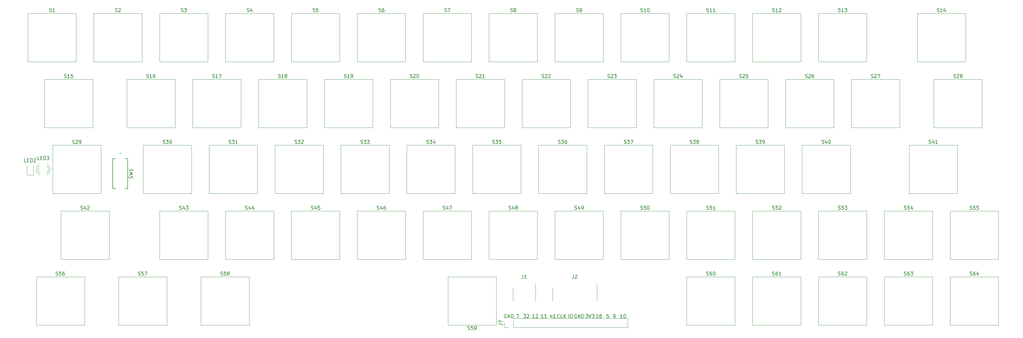
<source format=gbr>
%TF.GenerationSoftware,KiCad,Pcbnew,5.1.9*%
%TF.CreationDate,2021-02-05T17:27:01+00:00*%
%TF.ProjectId,keyboard,6b657962-6f61-4726-942e-6b696361645f,A*%
%TF.SameCoordinates,PX3072580PY3072580*%
%TF.FileFunction,Legend,Top*%
%TF.FilePolarity,Positive*%
%FSLAX46Y46*%
G04 Gerber Fmt 4.6, Leading zero omitted, Abs format (unit mm)*
G04 Created by KiCad (PCBNEW 5.1.9) date 2021-02-05 17:27:01*
%MOMM*%
%LPD*%
G01*
G04 APERTURE LIST*
%ADD10C,0.150000*%
%ADD11C,0.120000*%
%ADD12C,0.127000*%
%ADD13C,0.200000*%
G04 APERTURE END LIST*
D10*
X154019285Y-89955714D02*
X154019285Y-90622380D01*
X153781190Y-89574761D02*
X153543095Y-90289047D01*
X154162142Y-90289047D01*
X155066904Y-90622380D02*
X154495476Y-90622380D01*
X154781190Y-90622380D02*
X154781190Y-89622380D01*
X154685952Y-89765238D01*
X154590714Y-89860476D01*
X154495476Y-89908095D01*
X151574523Y-90622380D02*
X151003095Y-90622380D01*
X151288809Y-90622380D02*
X151288809Y-89622380D01*
X151193571Y-89765238D01*
X151098333Y-89860476D01*
X151003095Y-89908095D01*
X152526904Y-90622380D02*
X151955476Y-90622380D01*
X152241190Y-90622380D02*
X152241190Y-89622380D01*
X152145952Y-89765238D01*
X152050714Y-89860476D01*
X151955476Y-89908095D01*
X149034523Y-90622380D02*
X148463095Y-90622380D01*
X148748809Y-90622380D02*
X148748809Y-89622380D01*
X148653571Y-89765238D01*
X148558333Y-89860476D01*
X148463095Y-89908095D01*
X149415476Y-89717619D02*
X149463095Y-89670000D01*
X149558333Y-89622380D01*
X149796428Y-89622380D01*
X149891666Y-89670000D01*
X149939285Y-89717619D01*
X149986904Y-89812857D01*
X149986904Y-89908095D01*
X149939285Y-90050952D01*
X149367857Y-90622380D01*
X149986904Y-90622380D01*
X145875476Y-89622380D02*
X146494523Y-89622380D01*
X146161190Y-90003333D01*
X146304047Y-90003333D01*
X146399285Y-90050952D01*
X146446904Y-90098571D01*
X146494523Y-90193809D01*
X146494523Y-90431904D01*
X146446904Y-90527142D01*
X146399285Y-90574761D01*
X146304047Y-90622380D01*
X146018333Y-90622380D01*
X145923095Y-90574761D01*
X145875476Y-90527142D01*
X146875476Y-89717619D02*
X146923095Y-89670000D01*
X147018333Y-89622380D01*
X147256428Y-89622380D01*
X147351666Y-89670000D01*
X147399285Y-89717619D01*
X147446904Y-89812857D01*
X147446904Y-89908095D01*
X147399285Y-90050952D01*
X146827857Y-90622380D01*
X147446904Y-90622380D01*
X143811666Y-89622380D02*
X144478333Y-89622380D01*
X144049761Y-90622380D01*
X140843095Y-89670000D02*
X140747857Y-89622380D01*
X140605000Y-89622380D01*
X140462142Y-89670000D01*
X140366904Y-89765238D01*
X140319285Y-89860476D01*
X140271666Y-90050952D01*
X140271666Y-90193809D01*
X140319285Y-90384285D01*
X140366904Y-90479523D01*
X140462142Y-90574761D01*
X140605000Y-90622380D01*
X140700238Y-90622380D01*
X140843095Y-90574761D01*
X140890714Y-90527142D01*
X140890714Y-90193809D01*
X140700238Y-90193809D01*
X141319285Y-90622380D02*
X141319285Y-89622380D01*
X141890714Y-90622380D01*
X141890714Y-89622380D01*
X142366904Y-90622380D02*
X142366904Y-89622380D01*
X142605000Y-89622380D01*
X142747857Y-89670000D01*
X142843095Y-89765238D01*
X142890714Y-89860476D01*
X142938333Y-90050952D01*
X142938333Y-90193809D01*
X142890714Y-90384285D01*
X142843095Y-90479523D01*
X142747857Y-90574761D01*
X142605000Y-90622380D01*
X142366904Y-90622380D01*
X174434523Y-90622380D02*
X173863095Y-90622380D01*
X174148809Y-90622380D02*
X174148809Y-89622380D01*
X174053571Y-89765238D01*
X173958333Y-89860476D01*
X173863095Y-89908095D01*
X175053571Y-89622380D02*
X175148809Y-89622380D01*
X175244047Y-89670000D01*
X175291666Y-89717619D01*
X175339285Y-89812857D01*
X175386904Y-90003333D01*
X175386904Y-90241428D01*
X175339285Y-90431904D01*
X175291666Y-90527142D01*
X175244047Y-90574761D01*
X175148809Y-90622380D01*
X175053571Y-90622380D01*
X174958333Y-90574761D01*
X174910714Y-90527142D01*
X174863095Y-90431904D01*
X174815476Y-90241428D01*
X174815476Y-90003333D01*
X174863095Y-89812857D01*
X174910714Y-89717619D01*
X174958333Y-89670000D01*
X175053571Y-89622380D01*
X171894523Y-90622380D02*
X172085000Y-90622380D01*
X172180238Y-90574761D01*
X172227857Y-90527142D01*
X172323095Y-90384285D01*
X172370714Y-90193809D01*
X172370714Y-89812857D01*
X172323095Y-89717619D01*
X172275476Y-89670000D01*
X172180238Y-89622380D01*
X171989761Y-89622380D01*
X171894523Y-89670000D01*
X171846904Y-89717619D01*
X171799285Y-89812857D01*
X171799285Y-90050952D01*
X171846904Y-90146190D01*
X171894523Y-90193809D01*
X171989761Y-90241428D01*
X172180238Y-90241428D01*
X172275476Y-90193809D01*
X172323095Y-90146190D01*
X172370714Y-90050952D01*
X170418095Y-89622380D02*
X169941904Y-89622380D01*
X169894285Y-90098571D01*
X169941904Y-90050952D01*
X170037142Y-90003333D01*
X170275238Y-90003333D01*
X170370476Y-90050952D01*
X170418095Y-90098571D01*
X170465714Y-90193809D01*
X170465714Y-90431904D01*
X170418095Y-90527142D01*
X170370476Y-90574761D01*
X170275238Y-90622380D01*
X170037142Y-90622380D01*
X169941904Y-90574761D01*
X169894285Y-90527142D01*
X167449523Y-90622380D02*
X166878095Y-90622380D01*
X167163809Y-90622380D02*
X167163809Y-89622380D01*
X167068571Y-89765238D01*
X166973333Y-89860476D01*
X166878095Y-89908095D01*
X168020952Y-90050952D02*
X167925714Y-90003333D01*
X167878095Y-89955714D01*
X167830476Y-89860476D01*
X167830476Y-89812857D01*
X167878095Y-89717619D01*
X167925714Y-89670000D01*
X168020952Y-89622380D01*
X168211428Y-89622380D01*
X168306666Y-89670000D01*
X168354285Y-89717619D01*
X168401904Y-89812857D01*
X168401904Y-89860476D01*
X168354285Y-89955714D01*
X168306666Y-90003333D01*
X168211428Y-90050952D01*
X168020952Y-90050952D01*
X167925714Y-90098571D01*
X167878095Y-90146190D01*
X167830476Y-90241428D01*
X167830476Y-90431904D01*
X167878095Y-90527142D01*
X167925714Y-90574761D01*
X168020952Y-90622380D01*
X168211428Y-90622380D01*
X168306666Y-90574761D01*
X168354285Y-90527142D01*
X168401904Y-90431904D01*
X168401904Y-90241428D01*
X168354285Y-90146190D01*
X168306666Y-90098571D01*
X168211428Y-90050952D01*
X163861904Y-89622380D02*
X164480952Y-89622380D01*
X164147619Y-90003333D01*
X164290476Y-90003333D01*
X164385714Y-90050952D01*
X164433333Y-90098571D01*
X164480952Y-90193809D01*
X164480952Y-90431904D01*
X164433333Y-90527142D01*
X164385714Y-90574761D01*
X164290476Y-90622380D01*
X164004761Y-90622380D01*
X163909523Y-90574761D01*
X163861904Y-90527142D01*
X164766666Y-89622380D02*
X165100000Y-90622380D01*
X165433333Y-89622380D01*
X165671428Y-89622380D02*
X166290476Y-89622380D01*
X165957142Y-90003333D01*
X166100000Y-90003333D01*
X166195238Y-90050952D01*
X166242857Y-90098571D01*
X166290476Y-90193809D01*
X166290476Y-90431904D01*
X166242857Y-90527142D01*
X166195238Y-90574761D01*
X166100000Y-90622380D01*
X165814285Y-90622380D01*
X165719047Y-90574761D01*
X165671428Y-90527142D01*
X161163095Y-89670000D02*
X161067857Y-89622380D01*
X160925000Y-89622380D01*
X160782142Y-89670000D01*
X160686904Y-89765238D01*
X160639285Y-89860476D01*
X160591666Y-90050952D01*
X160591666Y-90193809D01*
X160639285Y-90384285D01*
X160686904Y-90479523D01*
X160782142Y-90574761D01*
X160925000Y-90622380D01*
X161020238Y-90622380D01*
X161163095Y-90574761D01*
X161210714Y-90527142D01*
X161210714Y-90193809D01*
X161020238Y-90193809D01*
X161639285Y-90622380D02*
X161639285Y-89622380D01*
X162210714Y-90622380D01*
X162210714Y-89622380D01*
X162686904Y-90622380D02*
X162686904Y-89622380D01*
X162925000Y-89622380D01*
X163067857Y-89670000D01*
X163163095Y-89765238D01*
X163210714Y-89860476D01*
X163258333Y-90050952D01*
X163258333Y-90193809D01*
X163210714Y-90384285D01*
X163163095Y-90479523D01*
X163067857Y-90574761D01*
X162925000Y-90622380D01*
X162686904Y-90622380D01*
X158861190Y-90622380D02*
X158861190Y-89622380D01*
X159527857Y-89622380D02*
X159718333Y-89622380D01*
X159813571Y-89670000D01*
X159908809Y-89765238D01*
X159956428Y-89955714D01*
X159956428Y-90289047D01*
X159908809Y-90479523D01*
X159813571Y-90574761D01*
X159718333Y-90622380D01*
X159527857Y-90622380D01*
X159432619Y-90574761D01*
X159337380Y-90479523D01*
X159289761Y-90289047D01*
X159289761Y-89955714D01*
X159337380Y-89765238D01*
X159432619Y-89670000D01*
X159527857Y-89622380D01*
X156249761Y-90527142D02*
X156202142Y-90574761D01*
X156059285Y-90622380D01*
X155964047Y-90622380D01*
X155821190Y-90574761D01*
X155725952Y-90479523D01*
X155678333Y-90384285D01*
X155630714Y-90193809D01*
X155630714Y-90050952D01*
X155678333Y-89860476D01*
X155725952Y-89765238D01*
X155821190Y-89670000D01*
X155964047Y-89622380D01*
X156059285Y-89622380D01*
X156202142Y-89670000D01*
X156249761Y-89717619D01*
X157154523Y-90622380D02*
X156678333Y-90622380D01*
X156678333Y-89622380D01*
X157487857Y-90622380D02*
X157487857Y-89622380D01*
X158059285Y-90622380D02*
X157630714Y-90050952D01*
X158059285Y-89622380D02*
X157487857Y-90193809D01*
D11*
%TO.C,LED3*%
X5749000Y-49185000D02*
X5905000Y-49185000D01*
X8065000Y-49185000D02*
X8221000Y-49185000D01*
X8064837Y-46583870D02*
G75*
G02*
X8065000Y-48665961I-1079837J-1041130D01*
G01*
X5905163Y-46583870D02*
G75*
G03*
X5905000Y-48665961I1079837J-1041130D01*
G01*
X8063608Y-45952665D02*
G75*
G02*
X8220516Y-49185000I-1078608J-1672335D01*
G01*
X5906392Y-45952665D02*
G75*
G03*
X5749484Y-49185000I1078608J-1672335D01*
G01*
%TO.C,J2*%
X154310000Y-85585000D02*
X154245000Y-85585000D01*
X154310000Y-82055000D02*
X154245000Y-82055000D01*
X167065000Y-85585000D02*
X167000000Y-85585000D01*
X167065000Y-82055000D02*
X167000000Y-82055000D01*
X167000000Y-80730000D02*
X167000000Y-82055000D01*
X154245000Y-82055000D02*
X154245000Y-85585000D01*
X167065000Y-82055000D02*
X167065000Y-85585000D01*
%TO.C,S5*%
X78740000Y-2540000D02*
X92710000Y-2540000D01*
X92710000Y-2540000D02*
X92710000Y-16510000D01*
X92710000Y-16510000D02*
X78740000Y-16510000D01*
X78740000Y-16510000D02*
X78740000Y-2540000D01*
%TO.C,LED2*%
X4135000Y-49310000D02*
X4135000Y-46625000D01*
X2215000Y-49310000D02*
X4135000Y-49310000D01*
X2215000Y-46625000D02*
X2215000Y-49310000D01*
%TO.C,J7*%
X140275000Y-93405000D02*
X140275000Y-92075000D01*
X141605000Y-93405000D02*
X140275000Y-93405000D01*
X142875000Y-93405000D02*
X142875000Y-90745000D01*
X142875000Y-90745000D02*
X175955000Y-90745000D01*
X142875000Y-93405000D02*
X175955000Y-93405000D01*
X175955000Y-93405000D02*
X175955000Y-90745000D01*
%TO.C,S15*%
X7302500Y-21590000D02*
X21272500Y-21590000D01*
X21272500Y-21590000D02*
X21272500Y-35560000D01*
X21272500Y-35560000D02*
X7302500Y-35560000D01*
X7302500Y-35560000D02*
X7302500Y-21590000D01*
%TO.C,S59*%
X137953750Y-92710000D02*
X123983750Y-92710000D01*
X123983750Y-92710000D02*
X123983750Y-78740000D01*
X123983750Y-78740000D02*
X137953750Y-78740000D01*
X137953750Y-78740000D02*
X137953750Y-92710000D01*
D12*
%TO.C,SW1*%
X27910000Y-44595000D02*
X27060000Y-44595000D01*
X27060000Y-44595000D02*
X27060000Y-53195000D01*
X27060000Y-53195000D02*
X27810000Y-53195000D01*
X30610000Y-53195000D02*
X31360000Y-53195000D01*
X31360000Y-53195000D02*
X31360000Y-44595000D01*
X31360000Y-44595000D02*
X30610000Y-44595000D01*
D13*
X29360000Y-43045000D02*
G75*
G03*
X29360000Y-43045000I-100000J0D01*
G01*
D11*
%TO.C,J1*%
X142880000Y-85585000D02*
X142815000Y-85585000D01*
X142880000Y-82055000D02*
X142815000Y-82055000D01*
X149285000Y-85585000D02*
X149220000Y-85585000D01*
X149285000Y-82055000D02*
X149220000Y-82055000D01*
X149220000Y-80730000D02*
X149220000Y-82055000D01*
X142815000Y-82055000D02*
X142815000Y-85585000D01*
X149285000Y-82055000D02*
X149285000Y-85585000D01*
%TO.C,S58*%
X52546250Y-78740000D02*
X66516250Y-78740000D01*
X66516250Y-78740000D02*
X66516250Y-92710000D01*
X66516250Y-92710000D02*
X52546250Y-92710000D01*
X52546250Y-92710000D02*
X52546250Y-78740000D01*
%TO.C,S57*%
X28733750Y-78740000D02*
X42703750Y-78740000D01*
X42703750Y-78740000D02*
X42703750Y-92710000D01*
X42703750Y-92710000D02*
X28733750Y-92710000D01*
X28733750Y-92710000D02*
X28733750Y-78740000D01*
%TO.C,S56*%
X4921250Y-78740000D02*
X18891250Y-78740000D01*
X18891250Y-78740000D02*
X18891250Y-92710000D01*
X18891250Y-92710000D02*
X4921250Y-92710000D01*
X4921250Y-92710000D02*
X4921250Y-78740000D01*
%TO.C,S41*%
X257333750Y-40640000D02*
X271303750Y-40640000D01*
X271303750Y-40640000D02*
X271303750Y-54610000D01*
X271303750Y-54610000D02*
X257333750Y-54610000D01*
X257333750Y-54610000D02*
X257333750Y-40640000D01*
%TO.C,S42*%
X12065000Y-59690000D02*
X26035000Y-59690000D01*
X26035000Y-59690000D02*
X26035000Y-73660000D01*
X26035000Y-73660000D02*
X12065000Y-73660000D01*
X12065000Y-73660000D02*
X12065000Y-59690000D01*
%TO.C,S29*%
X9683750Y-40640000D02*
X23653750Y-40640000D01*
X23653750Y-40640000D02*
X23653750Y-54610000D01*
X23653750Y-54610000D02*
X9683750Y-54610000D01*
X9683750Y-54610000D02*
X9683750Y-40640000D01*
%TO.C,S28*%
X264477500Y-21590000D02*
X278447500Y-21590000D01*
X278447500Y-21590000D02*
X278447500Y-35560000D01*
X278447500Y-35560000D02*
X264477500Y-35560000D01*
X264477500Y-35560000D02*
X264477500Y-21590000D01*
%TO.C,S14*%
X259715000Y-2540000D02*
X273685000Y-2540000D01*
X273685000Y-2540000D02*
X273685000Y-16510000D01*
X273685000Y-16510000D02*
X259715000Y-16510000D01*
X259715000Y-16510000D02*
X259715000Y-2540000D01*
%TO.C,S64*%
X269240000Y-78740000D02*
X283210000Y-78740000D01*
X283210000Y-78740000D02*
X283210000Y-92710000D01*
X283210000Y-92710000D02*
X269240000Y-92710000D01*
X269240000Y-92710000D02*
X269240000Y-78740000D01*
%TO.C,S63*%
X250190000Y-78740000D02*
X264160000Y-78740000D01*
X264160000Y-78740000D02*
X264160000Y-92710000D01*
X264160000Y-92710000D02*
X250190000Y-92710000D01*
X250190000Y-92710000D02*
X250190000Y-78740000D01*
%TO.C,S62*%
X231140000Y-78740000D02*
X245110000Y-78740000D01*
X245110000Y-78740000D02*
X245110000Y-92710000D01*
X245110000Y-92710000D02*
X231140000Y-92710000D01*
X231140000Y-92710000D02*
X231140000Y-78740000D01*
%TO.C,S61*%
X212090000Y-78740000D02*
X226060000Y-78740000D01*
X226060000Y-78740000D02*
X226060000Y-92710000D01*
X226060000Y-92710000D02*
X212090000Y-92710000D01*
X212090000Y-92710000D02*
X212090000Y-78740000D01*
%TO.C,S60*%
X193040000Y-78740000D02*
X207010000Y-78740000D01*
X207010000Y-78740000D02*
X207010000Y-92710000D01*
X207010000Y-92710000D02*
X193040000Y-92710000D01*
X193040000Y-92710000D02*
X193040000Y-78740000D01*
%TO.C,S55*%
X269240000Y-59690000D02*
X283210000Y-59690000D01*
X283210000Y-59690000D02*
X283210000Y-73660000D01*
X283210000Y-73660000D02*
X269240000Y-73660000D01*
X269240000Y-73660000D02*
X269240000Y-59690000D01*
%TO.C,S54*%
X250190000Y-59690000D02*
X264160000Y-59690000D01*
X264160000Y-59690000D02*
X264160000Y-73660000D01*
X264160000Y-73660000D02*
X250190000Y-73660000D01*
X250190000Y-73660000D02*
X250190000Y-59690000D01*
%TO.C,S53*%
X231140000Y-59690000D02*
X245110000Y-59690000D01*
X245110000Y-59690000D02*
X245110000Y-73660000D01*
X245110000Y-73660000D02*
X231140000Y-73660000D01*
X231140000Y-73660000D02*
X231140000Y-59690000D01*
%TO.C,S52*%
X212090000Y-59690000D02*
X226060000Y-59690000D01*
X226060000Y-59690000D02*
X226060000Y-73660000D01*
X226060000Y-73660000D02*
X212090000Y-73660000D01*
X212090000Y-73660000D02*
X212090000Y-59690000D01*
%TO.C,S51*%
X193040000Y-59690000D02*
X207010000Y-59690000D01*
X207010000Y-59690000D02*
X207010000Y-73660000D01*
X207010000Y-73660000D02*
X193040000Y-73660000D01*
X193040000Y-73660000D02*
X193040000Y-59690000D01*
%TO.C,S50*%
X173990000Y-59690000D02*
X187960000Y-59690000D01*
X187960000Y-59690000D02*
X187960000Y-73660000D01*
X187960000Y-73660000D02*
X173990000Y-73660000D01*
X173990000Y-73660000D02*
X173990000Y-59690000D01*
%TO.C,S49*%
X154940000Y-59690000D02*
X168910000Y-59690000D01*
X168910000Y-59690000D02*
X168910000Y-73660000D01*
X168910000Y-73660000D02*
X154940000Y-73660000D01*
X154940000Y-73660000D02*
X154940000Y-59690000D01*
%TO.C,S48*%
X135890000Y-59690000D02*
X149860000Y-59690000D01*
X149860000Y-59690000D02*
X149860000Y-73660000D01*
X149860000Y-73660000D02*
X135890000Y-73660000D01*
X135890000Y-73660000D02*
X135890000Y-59690000D01*
%TO.C,S47*%
X116840000Y-59690000D02*
X130810000Y-59690000D01*
X130810000Y-59690000D02*
X130810000Y-73660000D01*
X130810000Y-73660000D02*
X116840000Y-73660000D01*
X116840000Y-73660000D02*
X116840000Y-59690000D01*
%TO.C,S46*%
X97790000Y-59690000D02*
X111760000Y-59690000D01*
X111760000Y-59690000D02*
X111760000Y-73660000D01*
X111760000Y-73660000D02*
X97790000Y-73660000D01*
X97790000Y-73660000D02*
X97790000Y-59690000D01*
%TO.C,S45*%
X78740000Y-59690000D02*
X92710000Y-59690000D01*
X92710000Y-59690000D02*
X92710000Y-73660000D01*
X92710000Y-73660000D02*
X78740000Y-73660000D01*
X78740000Y-73660000D02*
X78740000Y-59690000D01*
%TO.C,S44*%
X59690000Y-59690000D02*
X73660000Y-59690000D01*
X73660000Y-59690000D02*
X73660000Y-73660000D01*
X73660000Y-73660000D02*
X59690000Y-73660000D01*
X59690000Y-73660000D02*
X59690000Y-59690000D01*
%TO.C,S43*%
X40640000Y-59690000D02*
X54610000Y-59690000D01*
X54610000Y-59690000D02*
X54610000Y-73660000D01*
X54610000Y-73660000D02*
X40640000Y-73660000D01*
X40640000Y-73660000D02*
X40640000Y-59690000D01*
%TO.C,S40*%
X226377500Y-40640000D02*
X240347500Y-40640000D01*
X240347500Y-40640000D02*
X240347500Y-54610000D01*
X240347500Y-54610000D02*
X226377500Y-54610000D01*
X226377500Y-54610000D02*
X226377500Y-40640000D01*
%TO.C,S39*%
X207327500Y-40640000D02*
X221297500Y-40640000D01*
X221297500Y-40640000D02*
X221297500Y-54610000D01*
X221297500Y-54610000D02*
X207327500Y-54610000D01*
X207327500Y-54610000D02*
X207327500Y-40640000D01*
%TO.C,S38*%
X188277500Y-40640000D02*
X202247500Y-40640000D01*
X202247500Y-40640000D02*
X202247500Y-54610000D01*
X202247500Y-54610000D02*
X188277500Y-54610000D01*
X188277500Y-54610000D02*
X188277500Y-40640000D01*
%TO.C,S37*%
X169227500Y-40640000D02*
X183197500Y-40640000D01*
X183197500Y-40640000D02*
X183197500Y-54610000D01*
X183197500Y-54610000D02*
X169227500Y-54610000D01*
X169227500Y-54610000D02*
X169227500Y-40640000D01*
%TO.C,S36*%
X150177500Y-40640000D02*
X164147500Y-40640000D01*
X164147500Y-40640000D02*
X164147500Y-54610000D01*
X164147500Y-54610000D02*
X150177500Y-54610000D01*
X150177500Y-54610000D02*
X150177500Y-40640000D01*
%TO.C,S35*%
X131127500Y-40640000D02*
X145097500Y-40640000D01*
X145097500Y-40640000D02*
X145097500Y-54610000D01*
X145097500Y-54610000D02*
X131127500Y-54610000D01*
X131127500Y-54610000D02*
X131127500Y-40640000D01*
%TO.C,S34*%
X112077500Y-40640000D02*
X126047500Y-40640000D01*
X126047500Y-40640000D02*
X126047500Y-54610000D01*
X126047500Y-54610000D02*
X112077500Y-54610000D01*
X112077500Y-54610000D02*
X112077500Y-40640000D01*
%TO.C,S33*%
X93027500Y-40640000D02*
X106997500Y-40640000D01*
X106997500Y-40640000D02*
X106997500Y-54610000D01*
X106997500Y-54610000D02*
X93027500Y-54610000D01*
X93027500Y-54610000D02*
X93027500Y-40640000D01*
%TO.C,S32*%
X73977500Y-40640000D02*
X87947500Y-40640000D01*
X87947500Y-40640000D02*
X87947500Y-54610000D01*
X87947500Y-54610000D02*
X73977500Y-54610000D01*
X73977500Y-54610000D02*
X73977500Y-40640000D01*
%TO.C,S31*%
X54927500Y-40640000D02*
X68897500Y-40640000D01*
X68897500Y-40640000D02*
X68897500Y-54610000D01*
X68897500Y-54610000D02*
X54927500Y-54610000D01*
X54927500Y-54610000D02*
X54927500Y-40640000D01*
%TO.C,S30*%
X35877500Y-40640000D02*
X49847500Y-40640000D01*
X49847500Y-40640000D02*
X49847500Y-54610000D01*
X49847500Y-54610000D02*
X35877500Y-54610000D01*
X35877500Y-54610000D02*
X35877500Y-40640000D01*
%TO.C,S27*%
X240665000Y-21590000D02*
X254635000Y-21590000D01*
X254635000Y-21590000D02*
X254635000Y-35560000D01*
X254635000Y-35560000D02*
X240665000Y-35560000D01*
X240665000Y-35560000D02*
X240665000Y-21590000D01*
%TO.C,S26*%
X221615000Y-21590000D02*
X235585000Y-21590000D01*
X235585000Y-21590000D02*
X235585000Y-35560000D01*
X235585000Y-35560000D02*
X221615000Y-35560000D01*
X221615000Y-35560000D02*
X221615000Y-21590000D01*
%TO.C,S25*%
X202565000Y-21590000D02*
X216535000Y-21590000D01*
X216535000Y-21590000D02*
X216535000Y-35560000D01*
X216535000Y-35560000D02*
X202565000Y-35560000D01*
X202565000Y-35560000D02*
X202565000Y-21590000D01*
%TO.C,S24*%
X183515000Y-21590000D02*
X197485000Y-21590000D01*
X197485000Y-21590000D02*
X197485000Y-35560000D01*
X197485000Y-35560000D02*
X183515000Y-35560000D01*
X183515000Y-35560000D02*
X183515000Y-21590000D01*
%TO.C,S23*%
X164465000Y-21590000D02*
X178435000Y-21590000D01*
X178435000Y-21590000D02*
X178435000Y-35560000D01*
X178435000Y-35560000D02*
X164465000Y-35560000D01*
X164465000Y-35560000D02*
X164465000Y-21590000D01*
%TO.C,S22*%
X145415000Y-21590000D02*
X159385000Y-21590000D01*
X159385000Y-21590000D02*
X159385000Y-35560000D01*
X159385000Y-35560000D02*
X145415000Y-35560000D01*
X145415000Y-35560000D02*
X145415000Y-21590000D01*
%TO.C,S21*%
X126365000Y-21590000D02*
X140335000Y-21590000D01*
X140335000Y-21590000D02*
X140335000Y-35560000D01*
X140335000Y-35560000D02*
X126365000Y-35560000D01*
X126365000Y-35560000D02*
X126365000Y-21590000D01*
%TO.C,S20*%
X107315000Y-21590000D02*
X121285000Y-21590000D01*
X121285000Y-21590000D02*
X121285000Y-35560000D01*
X121285000Y-35560000D02*
X107315000Y-35560000D01*
X107315000Y-35560000D02*
X107315000Y-21590000D01*
%TO.C,S19*%
X88265000Y-21590000D02*
X102235000Y-21590000D01*
X102235000Y-21590000D02*
X102235000Y-35560000D01*
X102235000Y-35560000D02*
X88265000Y-35560000D01*
X88265000Y-35560000D02*
X88265000Y-21590000D01*
%TO.C,S18*%
X69215000Y-21590000D02*
X83185000Y-21590000D01*
X83185000Y-21590000D02*
X83185000Y-35560000D01*
X83185000Y-35560000D02*
X69215000Y-35560000D01*
X69215000Y-35560000D02*
X69215000Y-21590000D01*
%TO.C,S17*%
X50165000Y-21590000D02*
X64135000Y-21590000D01*
X64135000Y-21590000D02*
X64135000Y-35560000D01*
X64135000Y-35560000D02*
X50165000Y-35560000D01*
X50165000Y-35560000D02*
X50165000Y-21590000D01*
%TO.C,S16*%
X31115000Y-21590000D02*
X45085000Y-21590000D01*
X45085000Y-21590000D02*
X45085000Y-35560000D01*
X45085000Y-35560000D02*
X31115000Y-35560000D01*
X31115000Y-35560000D02*
X31115000Y-21590000D01*
%TO.C,S13*%
X231140000Y-2540000D02*
X245110000Y-2540000D01*
X245110000Y-2540000D02*
X245110000Y-16510000D01*
X245110000Y-16510000D02*
X231140000Y-16510000D01*
X231140000Y-16510000D02*
X231140000Y-2540000D01*
%TO.C,S12*%
X212090000Y-2540000D02*
X226060000Y-2540000D01*
X226060000Y-2540000D02*
X226060000Y-16510000D01*
X226060000Y-16510000D02*
X212090000Y-16510000D01*
X212090000Y-16510000D02*
X212090000Y-2540000D01*
%TO.C,S11*%
X193040000Y-2540000D02*
X207010000Y-2540000D01*
X207010000Y-2540000D02*
X207010000Y-16510000D01*
X207010000Y-16510000D02*
X193040000Y-16510000D01*
X193040000Y-16510000D02*
X193040000Y-2540000D01*
%TO.C,S10*%
X173990000Y-2540000D02*
X187960000Y-2540000D01*
X187960000Y-2540000D02*
X187960000Y-16510000D01*
X187960000Y-16510000D02*
X173990000Y-16510000D01*
X173990000Y-16510000D02*
X173990000Y-2540000D01*
%TO.C,S9*%
X154940000Y-2540000D02*
X168910000Y-2540000D01*
X168910000Y-2540000D02*
X168910000Y-16510000D01*
X168910000Y-16510000D02*
X154940000Y-16510000D01*
X154940000Y-16510000D02*
X154940000Y-2540000D01*
%TO.C,S8*%
X135890000Y-2540000D02*
X149860000Y-2540000D01*
X149860000Y-2540000D02*
X149860000Y-16510000D01*
X149860000Y-16510000D02*
X135890000Y-16510000D01*
X135890000Y-16510000D02*
X135890000Y-2540000D01*
%TO.C,S7*%
X116840000Y-2540000D02*
X130810000Y-2540000D01*
X130810000Y-2540000D02*
X130810000Y-16510000D01*
X130810000Y-16510000D02*
X116840000Y-16510000D01*
X116840000Y-16510000D02*
X116840000Y-2540000D01*
%TO.C,S6*%
X97790000Y-2540000D02*
X111760000Y-2540000D01*
X111760000Y-2540000D02*
X111760000Y-16510000D01*
X111760000Y-16510000D02*
X97790000Y-16510000D01*
X97790000Y-16510000D02*
X97790000Y-2540000D01*
%TO.C,S4*%
X59690000Y-2540000D02*
X73660000Y-2540000D01*
X73660000Y-2540000D02*
X73660000Y-16510000D01*
X73660000Y-16510000D02*
X59690000Y-16510000D01*
X59690000Y-16510000D02*
X59690000Y-2540000D01*
%TO.C,S3*%
X40640000Y-2540000D02*
X54610000Y-2540000D01*
X54610000Y-2540000D02*
X54610000Y-16510000D01*
X54610000Y-16510000D02*
X40640000Y-16510000D01*
X40640000Y-16510000D02*
X40640000Y-2540000D01*
%TO.C,S2*%
X21590000Y-2540000D02*
X35560000Y-2540000D01*
X35560000Y-2540000D02*
X35560000Y-16510000D01*
X35560000Y-16510000D02*
X21590000Y-16510000D01*
X21590000Y-16510000D02*
X21590000Y-2540000D01*
%TO.C,S1*%
X2540000Y-2540000D02*
X16510000Y-2540000D01*
X16510000Y-2540000D02*
X16510000Y-16510000D01*
X16510000Y-16510000D02*
X2540000Y-16510000D01*
X2540000Y-16510000D02*
X2540000Y-2540000D01*
%TO.C,LED3*%
D10*
X5865952Y-44902380D02*
X5389761Y-44902380D01*
X5389761Y-43902380D01*
X6199285Y-44378571D02*
X6532619Y-44378571D01*
X6675476Y-44902380D02*
X6199285Y-44902380D01*
X6199285Y-43902380D01*
X6675476Y-43902380D01*
X7104047Y-44902380D02*
X7104047Y-43902380D01*
X7342142Y-43902380D01*
X7485000Y-43950000D01*
X7580238Y-44045238D01*
X7627857Y-44140476D01*
X7675476Y-44330952D01*
X7675476Y-44473809D01*
X7627857Y-44664285D01*
X7580238Y-44759523D01*
X7485000Y-44854761D01*
X7342142Y-44902380D01*
X7104047Y-44902380D01*
X8008809Y-43902380D02*
X8627857Y-43902380D01*
X8294523Y-44283333D01*
X8437380Y-44283333D01*
X8532619Y-44330952D01*
X8580238Y-44378571D01*
X8627857Y-44473809D01*
X8627857Y-44711904D01*
X8580238Y-44807142D01*
X8532619Y-44854761D01*
X8437380Y-44902380D01*
X8151666Y-44902380D01*
X8056428Y-44854761D01*
X8008809Y-44807142D01*
%TO.C,J2*%
X160321666Y-78192380D02*
X160321666Y-78906666D01*
X160274047Y-79049523D01*
X160178809Y-79144761D01*
X160035952Y-79192380D01*
X159940714Y-79192380D01*
X160750238Y-78287619D02*
X160797857Y-78240000D01*
X160893095Y-78192380D01*
X161131190Y-78192380D01*
X161226428Y-78240000D01*
X161274047Y-78287619D01*
X161321666Y-78382857D01*
X161321666Y-78478095D01*
X161274047Y-78620952D01*
X160702619Y-79192380D01*
X161321666Y-79192380D01*
%TO.C,S5*%
X84963095Y-2055761D02*
X85105952Y-2103380D01*
X85344047Y-2103380D01*
X85439285Y-2055761D01*
X85486904Y-2008142D01*
X85534523Y-1912904D01*
X85534523Y-1817666D01*
X85486904Y-1722428D01*
X85439285Y-1674809D01*
X85344047Y-1627190D01*
X85153571Y-1579571D01*
X85058333Y-1531952D01*
X85010714Y-1484333D01*
X84963095Y-1389095D01*
X84963095Y-1293857D01*
X85010714Y-1198619D01*
X85058333Y-1151000D01*
X85153571Y-1103380D01*
X85391666Y-1103380D01*
X85534523Y-1151000D01*
X86439285Y-1103380D02*
X85963095Y-1103380D01*
X85915476Y-1579571D01*
X85963095Y-1531952D01*
X86058333Y-1484333D01*
X86296428Y-1484333D01*
X86391666Y-1531952D01*
X86439285Y-1579571D01*
X86486904Y-1674809D01*
X86486904Y-1912904D01*
X86439285Y-2008142D01*
X86391666Y-2055761D01*
X86296428Y-2103380D01*
X86058333Y-2103380D01*
X85963095Y-2055761D01*
X85915476Y-2008142D01*
%TO.C,LED2*%
X2055952Y-45537380D02*
X1579761Y-45537380D01*
X1579761Y-44537380D01*
X2389285Y-45013571D02*
X2722619Y-45013571D01*
X2865476Y-45537380D02*
X2389285Y-45537380D01*
X2389285Y-44537380D01*
X2865476Y-44537380D01*
X3294047Y-45537380D02*
X3294047Y-44537380D01*
X3532142Y-44537380D01*
X3675000Y-44585000D01*
X3770238Y-44680238D01*
X3817857Y-44775476D01*
X3865476Y-44965952D01*
X3865476Y-45108809D01*
X3817857Y-45299285D01*
X3770238Y-45394523D01*
X3675000Y-45489761D01*
X3532142Y-45537380D01*
X3294047Y-45537380D01*
X4246428Y-44632619D02*
X4294047Y-44585000D01*
X4389285Y-44537380D01*
X4627380Y-44537380D01*
X4722619Y-44585000D01*
X4770238Y-44632619D01*
X4817857Y-44727857D01*
X4817857Y-44823095D01*
X4770238Y-44965952D01*
X4198809Y-45537380D01*
X4817857Y-45537380D01*
%TO.C,J7*%
X138727380Y-92408333D02*
X139441666Y-92408333D01*
X139584523Y-92455952D01*
X139679761Y-92551190D01*
X139727380Y-92694047D01*
X139727380Y-92789285D01*
X138727380Y-92027380D02*
X138727380Y-91360714D01*
X139727380Y-91789285D01*
%TO.C,S15*%
X13049404Y-21105761D02*
X13192261Y-21153380D01*
X13430357Y-21153380D01*
X13525595Y-21105761D01*
X13573214Y-21058142D01*
X13620833Y-20962904D01*
X13620833Y-20867666D01*
X13573214Y-20772428D01*
X13525595Y-20724809D01*
X13430357Y-20677190D01*
X13239880Y-20629571D01*
X13144642Y-20581952D01*
X13097023Y-20534333D01*
X13049404Y-20439095D01*
X13049404Y-20343857D01*
X13097023Y-20248619D01*
X13144642Y-20201000D01*
X13239880Y-20153380D01*
X13477976Y-20153380D01*
X13620833Y-20201000D01*
X14573214Y-21153380D02*
X14001785Y-21153380D01*
X14287500Y-21153380D02*
X14287500Y-20153380D01*
X14192261Y-20296238D01*
X14097023Y-20391476D01*
X14001785Y-20439095D01*
X15477976Y-20153380D02*
X15001785Y-20153380D01*
X14954166Y-20629571D01*
X15001785Y-20581952D01*
X15097023Y-20534333D01*
X15335119Y-20534333D01*
X15430357Y-20581952D01*
X15477976Y-20629571D01*
X15525595Y-20724809D01*
X15525595Y-20962904D01*
X15477976Y-21058142D01*
X15430357Y-21105761D01*
X15335119Y-21153380D01*
X15097023Y-21153380D01*
X15001785Y-21105761D01*
X14954166Y-21058142D01*
%TO.C,S59*%
X129730654Y-94003761D02*
X129873511Y-94051380D01*
X130111607Y-94051380D01*
X130206845Y-94003761D01*
X130254464Y-93956142D01*
X130302083Y-93860904D01*
X130302083Y-93765666D01*
X130254464Y-93670428D01*
X130206845Y-93622809D01*
X130111607Y-93575190D01*
X129921130Y-93527571D01*
X129825892Y-93479952D01*
X129778273Y-93432333D01*
X129730654Y-93337095D01*
X129730654Y-93241857D01*
X129778273Y-93146619D01*
X129825892Y-93099000D01*
X129921130Y-93051380D01*
X130159226Y-93051380D01*
X130302083Y-93099000D01*
X131206845Y-93051380D02*
X130730654Y-93051380D01*
X130683035Y-93527571D01*
X130730654Y-93479952D01*
X130825892Y-93432333D01*
X131063988Y-93432333D01*
X131159226Y-93479952D01*
X131206845Y-93527571D01*
X131254464Y-93622809D01*
X131254464Y-93860904D01*
X131206845Y-93956142D01*
X131159226Y-94003761D01*
X131063988Y-94051380D01*
X130825892Y-94051380D01*
X130730654Y-94003761D01*
X130683035Y-93956142D01*
X131730654Y-94051380D02*
X131921130Y-94051380D01*
X132016369Y-94003761D01*
X132063988Y-93956142D01*
X132159226Y-93813285D01*
X132206845Y-93622809D01*
X132206845Y-93241857D01*
X132159226Y-93146619D01*
X132111607Y-93099000D01*
X132016369Y-93051380D01*
X131825892Y-93051380D01*
X131730654Y-93099000D01*
X131683035Y-93146619D01*
X131635416Y-93241857D01*
X131635416Y-93479952D01*
X131683035Y-93575190D01*
X131730654Y-93622809D01*
X131825892Y-93670428D01*
X132016369Y-93670428D01*
X132111607Y-93622809D01*
X132159226Y-93575190D01*
X132206845Y-93479952D01*
%TO.C,SW1*%
X32789761Y-50228333D02*
X32837380Y-50085476D01*
X32837380Y-49847380D01*
X32789761Y-49752142D01*
X32742142Y-49704523D01*
X32646904Y-49656904D01*
X32551666Y-49656904D01*
X32456428Y-49704523D01*
X32408809Y-49752142D01*
X32361190Y-49847380D01*
X32313571Y-50037857D01*
X32265952Y-50133095D01*
X32218333Y-50180714D01*
X32123095Y-50228333D01*
X32027857Y-50228333D01*
X31932619Y-50180714D01*
X31885000Y-50133095D01*
X31837380Y-50037857D01*
X31837380Y-49799761D01*
X31885000Y-49656904D01*
X31837380Y-49323571D02*
X32837380Y-49085476D01*
X32123095Y-48895000D01*
X32837380Y-48704523D01*
X31837380Y-48466428D01*
X32837380Y-47561666D02*
X32837380Y-48133095D01*
X32837380Y-47847380D02*
X31837380Y-47847380D01*
X31980238Y-47942619D01*
X32075476Y-48037857D01*
X32123095Y-48133095D01*
%TO.C,J1*%
X145716666Y-78192380D02*
X145716666Y-78906666D01*
X145669047Y-79049523D01*
X145573809Y-79144761D01*
X145430952Y-79192380D01*
X145335714Y-79192380D01*
X146716666Y-79192380D02*
X146145238Y-79192380D01*
X146430952Y-79192380D02*
X146430952Y-78192380D01*
X146335714Y-78335238D01*
X146240476Y-78430476D01*
X146145238Y-78478095D01*
%TO.C,S58*%
X58293154Y-78255761D02*
X58436011Y-78303380D01*
X58674107Y-78303380D01*
X58769345Y-78255761D01*
X58816964Y-78208142D01*
X58864583Y-78112904D01*
X58864583Y-78017666D01*
X58816964Y-77922428D01*
X58769345Y-77874809D01*
X58674107Y-77827190D01*
X58483630Y-77779571D01*
X58388392Y-77731952D01*
X58340773Y-77684333D01*
X58293154Y-77589095D01*
X58293154Y-77493857D01*
X58340773Y-77398619D01*
X58388392Y-77351000D01*
X58483630Y-77303380D01*
X58721726Y-77303380D01*
X58864583Y-77351000D01*
X59769345Y-77303380D02*
X59293154Y-77303380D01*
X59245535Y-77779571D01*
X59293154Y-77731952D01*
X59388392Y-77684333D01*
X59626488Y-77684333D01*
X59721726Y-77731952D01*
X59769345Y-77779571D01*
X59816964Y-77874809D01*
X59816964Y-78112904D01*
X59769345Y-78208142D01*
X59721726Y-78255761D01*
X59626488Y-78303380D01*
X59388392Y-78303380D01*
X59293154Y-78255761D01*
X59245535Y-78208142D01*
X60388392Y-77731952D02*
X60293154Y-77684333D01*
X60245535Y-77636714D01*
X60197916Y-77541476D01*
X60197916Y-77493857D01*
X60245535Y-77398619D01*
X60293154Y-77351000D01*
X60388392Y-77303380D01*
X60578869Y-77303380D01*
X60674107Y-77351000D01*
X60721726Y-77398619D01*
X60769345Y-77493857D01*
X60769345Y-77541476D01*
X60721726Y-77636714D01*
X60674107Y-77684333D01*
X60578869Y-77731952D01*
X60388392Y-77731952D01*
X60293154Y-77779571D01*
X60245535Y-77827190D01*
X60197916Y-77922428D01*
X60197916Y-78112904D01*
X60245535Y-78208142D01*
X60293154Y-78255761D01*
X60388392Y-78303380D01*
X60578869Y-78303380D01*
X60674107Y-78255761D01*
X60721726Y-78208142D01*
X60769345Y-78112904D01*
X60769345Y-77922428D01*
X60721726Y-77827190D01*
X60674107Y-77779571D01*
X60578869Y-77731952D01*
%TO.C,S57*%
X34480654Y-78255761D02*
X34623511Y-78303380D01*
X34861607Y-78303380D01*
X34956845Y-78255761D01*
X35004464Y-78208142D01*
X35052083Y-78112904D01*
X35052083Y-78017666D01*
X35004464Y-77922428D01*
X34956845Y-77874809D01*
X34861607Y-77827190D01*
X34671130Y-77779571D01*
X34575892Y-77731952D01*
X34528273Y-77684333D01*
X34480654Y-77589095D01*
X34480654Y-77493857D01*
X34528273Y-77398619D01*
X34575892Y-77351000D01*
X34671130Y-77303380D01*
X34909226Y-77303380D01*
X35052083Y-77351000D01*
X35956845Y-77303380D02*
X35480654Y-77303380D01*
X35433035Y-77779571D01*
X35480654Y-77731952D01*
X35575892Y-77684333D01*
X35813988Y-77684333D01*
X35909226Y-77731952D01*
X35956845Y-77779571D01*
X36004464Y-77874809D01*
X36004464Y-78112904D01*
X35956845Y-78208142D01*
X35909226Y-78255761D01*
X35813988Y-78303380D01*
X35575892Y-78303380D01*
X35480654Y-78255761D01*
X35433035Y-78208142D01*
X36337797Y-77303380D02*
X37004464Y-77303380D01*
X36575892Y-78303380D01*
%TO.C,S56*%
X10668154Y-78255761D02*
X10811011Y-78303380D01*
X11049107Y-78303380D01*
X11144345Y-78255761D01*
X11191964Y-78208142D01*
X11239583Y-78112904D01*
X11239583Y-78017666D01*
X11191964Y-77922428D01*
X11144345Y-77874809D01*
X11049107Y-77827190D01*
X10858630Y-77779571D01*
X10763392Y-77731952D01*
X10715773Y-77684333D01*
X10668154Y-77589095D01*
X10668154Y-77493857D01*
X10715773Y-77398619D01*
X10763392Y-77351000D01*
X10858630Y-77303380D01*
X11096726Y-77303380D01*
X11239583Y-77351000D01*
X12144345Y-77303380D02*
X11668154Y-77303380D01*
X11620535Y-77779571D01*
X11668154Y-77731952D01*
X11763392Y-77684333D01*
X12001488Y-77684333D01*
X12096726Y-77731952D01*
X12144345Y-77779571D01*
X12191964Y-77874809D01*
X12191964Y-78112904D01*
X12144345Y-78208142D01*
X12096726Y-78255761D01*
X12001488Y-78303380D01*
X11763392Y-78303380D01*
X11668154Y-78255761D01*
X11620535Y-78208142D01*
X13049107Y-77303380D02*
X12858630Y-77303380D01*
X12763392Y-77351000D01*
X12715773Y-77398619D01*
X12620535Y-77541476D01*
X12572916Y-77731952D01*
X12572916Y-78112904D01*
X12620535Y-78208142D01*
X12668154Y-78255761D01*
X12763392Y-78303380D01*
X12953869Y-78303380D01*
X13049107Y-78255761D01*
X13096726Y-78208142D01*
X13144345Y-78112904D01*
X13144345Y-77874809D01*
X13096726Y-77779571D01*
X13049107Y-77731952D01*
X12953869Y-77684333D01*
X12763392Y-77684333D01*
X12668154Y-77731952D01*
X12620535Y-77779571D01*
X12572916Y-77874809D01*
%TO.C,S41*%
X263080654Y-40155761D02*
X263223511Y-40203380D01*
X263461607Y-40203380D01*
X263556845Y-40155761D01*
X263604464Y-40108142D01*
X263652083Y-40012904D01*
X263652083Y-39917666D01*
X263604464Y-39822428D01*
X263556845Y-39774809D01*
X263461607Y-39727190D01*
X263271130Y-39679571D01*
X263175892Y-39631952D01*
X263128273Y-39584333D01*
X263080654Y-39489095D01*
X263080654Y-39393857D01*
X263128273Y-39298619D01*
X263175892Y-39251000D01*
X263271130Y-39203380D01*
X263509226Y-39203380D01*
X263652083Y-39251000D01*
X264509226Y-39536714D02*
X264509226Y-40203380D01*
X264271130Y-39155761D02*
X264033035Y-39870047D01*
X264652083Y-39870047D01*
X265556845Y-40203380D02*
X264985416Y-40203380D01*
X265271130Y-40203380D02*
X265271130Y-39203380D01*
X265175892Y-39346238D01*
X265080654Y-39441476D01*
X264985416Y-39489095D01*
%TO.C,S42*%
X17811904Y-59205761D02*
X17954761Y-59253380D01*
X18192857Y-59253380D01*
X18288095Y-59205761D01*
X18335714Y-59158142D01*
X18383333Y-59062904D01*
X18383333Y-58967666D01*
X18335714Y-58872428D01*
X18288095Y-58824809D01*
X18192857Y-58777190D01*
X18002380Y-58729571D01*
X17907142Y-58681952D01*
X17859523Y-58634333D01*
X17811904Y-58539095D01*
X17811904Y-58443857D01*
X17859523Y-58348619D01*
X17907142Y-58301000D01*
X18002380Y-58253380D01*
X18240476Y-58253380D01*
X18383333Y-58301000D01*
X19240476Y-58586714D02*
X19240476Y-59253380D01*
X19002380Y-58205761D02*
X18764285Y-58920047D01*
X19383333Y-58920047D01*
X19716666Y-58348619D02*
X19764285Y-58301000D01*
X19859523Y-58253380D01*
X20097619Y-58253380D01*
X20192857Y-58301000D01*
X20240476Y-58348619D01*
X20288095Y-58443857D01*
X20288095Y-58539095D01*
X20240476Y-58681952D01*
X19669047Y-59253380D01*
X20288095Y-59253380D01*
%TO.C,S29*%
X15430654Y-40155761D02*
X15573511Y-40203380D01*
X15811607Y-40203380D01*
X15906845Y-40155761D01*
X15954464Y-40108142D01*
X16002083Y-40012904D01*
X16002083Y-39917666D01*
X15954464Y-39822428D01*
X15906845Y-39774809D01*
X15811607Y-39727190D01*
X15621130Y-39679571D01*
X15525892Y-39631952D01*
X15478273Y-39584333D01*
X15430654Y-39489095D01*
X15430654Y-39393857D01*
X15478273Y-39298619D01*
X15525892Y-39251000D01*
X15621130Y-39203380D01*
X15859226Y-39203380D01*
X16002083Y-39251000D01*
X16383035Y-39298619D02*
X16430654Y-39251000D01*
X16525892Y-39203380D01*
X16763988Y-39203380D01*
X16859226Y-39251000D01*
X16906845Y-39298619D01*
X16954464Y-39393857D01*
X16954464Y-39489095D01*
X16906845Y-39631952D01*
X16335416Y-40203380D01*
X16954464Y-40203380D01*
X17430654Y-40203380D02*
X17621130Y-40203380D01*
X17716369Y-40155761D01*
X17763988Y-40108142D01*
X17859226Y-39965285D01*
X17906845Y-39774809D01*
X17906845Y-39393857D01*
X17859226Y-39298619D01*
X17811607Y-39251000D01*
X17716369Y-39203380D01*
X17525892Y-39203380D01*
X17430654Y-39251000D01*
X17383035Y-39298619D01*
X17335416Y-39393857D01*
X17335416Y-39631952D01*
X17383035Y-39727190D01*
X17430654Y-39774809D01*
X17525892Y-39822428D01*
X17716369Y-39822428D01*
X17811607Y-39774809D01*
X17859226Y-39727190D01*
X17906845Y-39631952D01*
%TO.C,S28*%
X270224404Y-21105761D02*
X270367261Y-21153380D01*
X270605357Y-21153380D01*
X270700595Y-21105761D01*
X270748214Y-21058142D01*
X270795833Y-20962904D01*
X270795833Y-20867666D01*
X270748214Y-20772428D01*
X270700595Y-20724809D01*
X270605357Y-20677190D01*
X270414880Y-20629571D01*
X270319642Y-20581952D01*
X270272023Y-20534333D01*
X270224404Y-20439095D01*
X270224404Y-20343857D01*
X270272023Y-20248619D01*
X270319642Y-20201000D01*
X270414880Y-20153380D01*
X270652976Y-20153380D01*
X270795833Y-20201000D01*
X271176785Y-20248619D02*
X271224404Y-20201000D01*
X271319642Y-20153380D01*
X271557738Y-20153380D01*
X271652976Y-20201000D01*
X271700595Y-20248619D01*
X271748214Y-20343857D01*
X271748214Y-20439095D01*
X271700595Y-20581952D01*
X271129166Y-21153380D01*
X271748214Y-21153380D01*
X272319642Y-20581952D02*
X272224404Y-20534333D01*
X272176785Y-20486714D01*
X272129166Y-20391476D01*
X272129166Y-20343857D01*
X272176785Y-20248619D01*
X272224404Y-20201000D01*
X272319642Y-20153380D01*
X272510119Y-20153380D01*
X272605357Y-20201000D01*
X272652976Y-20248619D01*
X272700595Y-20343857D01*
X272700595Y-20391476D01*
X272652976Y-20486714D01*
X272605357Y-20534333D01*
X272510119Y-20581952D01*
X272319642Y-20581952D01*
X272224404Y-20629571D01*
X272176785Y-20677190D01*
X272129166Y-20772428D01*
X272129166Y-20962904D01*
X272176785Y-21058142D01*
X272224404Y-21105761D01*
X272319642Y-21153380D01*
X272510119Y-21153380D01*
X272605357Y-21105761D01*
X272652976Y-21058142D01*
X272700595Y-20962904D01*
X272700595Y-20772428D01*
X272652976Y-20677190D01*
X272605357Y-20629571D01*
X272510119Y-20581952D01*
%TO.C,S14*%
X265461904Y-2055761D02*
X265604761Y-2103380D01*
X265842857Y-2103380D01*
X265938095Y-2055761D01*
X265985714Y-2008142D01*
X266033333Y-1912904D01*
X266033333Y-1817666D01*
X265985714Y-1722428D01*
X265938095Y-1674809D01*
X265842857Y-1627190D01*
X265652380Y-1579571D01*
X265557142Y-1531952D01*
X265509523Y-1484333D01*
X265461904Y-1389095D01*
X265461904Y-1293857D01*
X265509523Y-1198619D01*
X265557142Y-1151000D01*
X265652380Y-1103380D01*
X265890476Y-1103380D01*
X266033333Y-1151000D01*
X266985714Y-2103380D02*
X266414285Y-2103380D01*
X266700000Y-2103380D02*
X266700000Y-1103380D01*
X266604761Y-1246238D01*
X266509523Y-1341476D01*
X266414285Y-1389095D01*
X267842857Y-1436714D02*
X267842857Y-2103380D01*
X267604761Y-1055761D02*
X267366666Y-1770047D01*
X267985714Y-1770047D01*
%TO.C,S64*%
X274986904Y-78255761D02*
X275129761Y-78303380D01*
X275367857Y-78303380D01*
X275463095Y-78255761D01*
X275510714Y-78208142D01*
X275558333Y-78112904D01*
X275558333Y-78017666D01*
X275510714Y-77922428D01*
X275463095Y-77874809D01*
X275367857Y-77827190D01*
X275177380Y-77779571D01*
X275082142Y-77731952D01*
X275034523Y-77684333D01*
X274986904Y-77589095D01*
X274986904Y-77493857D01*
X275034523Y-77398619D01*
X275082142Y-77351000D01*
X275177380Y-77303380D01*
X275415476Y-77303380D01*
X275558333Y-77351000D01*
X276415476Y-77303380D02*
X276225000Y-77303380D01*
X276129761Y-77351000D01*
X276082142Y-77398619D01*
X275986904Y-77541476D01*
X275939285Y-77731952D01*
X275939285Y-78112904D01*
X275986904Y-78208142D01*
X276034523Y-78255761D01*
X276129761Y-78303380D01*
X276320238Y-78303380D01*
X276415476Y-78255761D01*
X276463095Y-78208142D01*
X276510714Y-78112904D01*
X276510714Y-77874809D01*
X276463095Y-77779571D01*
X276415476Y-77731952D01*
X276320238Y-77684333D01*
X276129761Y-77684333D01*
X276034523Y-77731952D01*
X275986904Y-77779571D01*
X275939285Y-77874809D01*
X277367857Y-77636714D02*
X277367857Y-78303380D01*
X277129761Y-77255761D02*
X276891666Y-77970047D01*
X277510714Y-77970047D01*
%TO.C,S63*%
X255936904Y-78255761D02*
X256079761Y-78303380D01*
X256317857Y-78303380D01*
X256413095Y-78255761D01*
X256460714Y-78208142D01*
X256508333Y-78112904D01*
X256508333Y-78017666D01*
X256460714Y-77922428D01*
X256413095Y-77874809D01*
X256317857Y-77827190D01*
X256127380Y-77779571D01*
X256032142Y-77731952D01*
X255984523Y-77684333D01*
X255936904Y-77589095D01*
X255936904Y-77493857D01*
X255984523Y-77398619D01*
X256032142Y-77351000D01*
X256127380Y-77303380D01*
X256365476Y-77303380D01*
X256508333Y-77351000D01*
X257365476Y-77303380D02*
X257175000Y-77303380D01*
X257079761Y-77351000D01*
X257032142Y-77398619D01*
X256936904Y-77541476D01*
X256889285Y-77731952D01*
X256889285Y-78112904D01*
X256936904Y-78208142D01*
X256984523Y-78255761D01*
X257079761Y-78303380D01*
X257270238Y-78303380D01*
X257365476Y-78255761D01*
X257413095Y-78208142D01*
X257460714Y-78112904D01*
X257460714Y-77874809D01*
X257413095Y-77779571D01*
X257365476Y-77731952D01*
X257270238Y-77684333D01*
X257079761Y-77684333D01*
X256984523Y-77731952D01*
X256936904Y-77779571D01*
X256889285Y-77874809D01*
X257794047Y-77303380D02*
X258413095Y-77303380D01*
X258079761Y-77684333D01*
X258222619Y-77684333D01*
X258317857Y-77731952D01*
X258365476Y-77779571D01*
X258413095Y-77874809D01*
X258413095Y-78112904D01*
X258365476Y-78208142D01*
X258317857Y-78255761D01*
X258222619Y-78303380D01*
X257936904Y-78303380D01*
X257841666Y-78255761D01*
X257794047Y-78208142D01*
%TO.C,S62*%
X236886904Y-78255761D02*
X237029761Y-78303380D01*
X237267857Y-78303380D01*
X237363095Y-78255761D01*
X237410714Y-78208142D01*
X237458333Y-78112904D01*
X237458333Y-78017666D01*
X237410714Y-77922428D01*
X237363095Y-77874809D01*
X237267857Y-77827190D01*
X237077380Y-77779571D01*
X236982142Y-77731952D01*
X236934523Y-77684333D01*
X236886904Y-77589095D01*
X236886904Y-77493857D01*
X236934523Y-77398619D01*
X236982142Y-77351000D01*
X237077380Y-77303380D01*
X237315476Y-77303380D01*
X237458333Y-77351000D01*
X238315476Y-77303380D02*
X238125000Y-77303380D01*
X238029761Y-77351000D01*
X237982142Y-77398619D01*
X237886904Y-77541476D01*
X237839285Y-77731952D01*
X237839285Y-78112904D01*
X237886904Y-78208142D01*
X237934523Y-78255761D01*
X238029761Y-78303380D01*
X238220238Y-78303380D01*
X238315476Y-78255761D01*
X238363095Y-78208142D01*
X238410714Y-78112904D01*
X238410714Y-77874809D01*
X238363095Y-77779571D01*
X238315476Y-77731952D01*
X238220238Y-77684333D01*
X238029761Y-77684333D01*
X237934523Y-77731952D01*
X237886904Y-77779571D01*
X237839285Y-77874809D01*
X238791666Y-77398619D02*
X238839285Y-77351000D01*
X238934523Y-77303380D01*
X239172619Y-77303380D01*
X239267857Y-77351000D01*
X239315476Y-77398619D01*
X239363095Y-77493857D01*
X239363095Y-77589095D01*
X239315476Y-77731952D01*
X238744047Y-78303380D01*
X239363095Y-78303380D01*
%TO.C,S61*%
X217836904Y-78255761D02*
X217979761Y-78303380D01*
X218217857Y-78303380D01*
X218313095Y-78255761D01*
X218360714Y-78208142D01*
X218408333Y-78112904D01*
X218408333Y-78017666D01*
X218360714Y-77922428D01*
X218313095Y-77874809D01*
X218217857Y-77827190D01*
X218027380Y-77779571D01*
X217932142Y-77731952D01*
X217884523Y-77684333D01*
X217836904Y-77589095D01*
X217836904Y-77493857D01*
X217884523Y-77398619D01*
X217932142Y-77351000D01*
X218027380Y-77303380D01*
X218265476Y-77303380D01*
X218408333Y-77351000D01*
X219265476Y-77303380D02*
X219075000Y-77303380D01*
X218979761Y-77351000D01*
X218932142Y-77398619D01*
X218836904Y-77541476D01*
X218789285Y-77731952D01*
X218789285Y-78112904D01*
X218836904Y-78208142D01*
X218884523Y-78255761D01*
X218979761Y-78303380D01*
X219170238Y-78303380D01*
X219265476Y-78255761D01*
X219313095Y-78208142D01*
X219360714Y-78112904D01*
X219360714Y-77874809D01*
X219313095Y-77779571D01*
X219265476Y-77731952D01*
X219170238Y-77684333D01*
X218979761Y-77684333D01*
X218884523Y-77731952D01*
X218836904Y-77779571D01*
X218789285Y-77874809D01*
X220313095Y-78303380D02*
X219741666Y-78303380D01*
X220027380Y-78303380D02*
X220027380Y-77303380D01*
X219932142Y-77446238D01*
X219836904Y-77541476D01*
X219741666Y-77589095D01*
%TO.C,S60*%
X198786904Y-78255761D02*
X198929761Y-78303380D01*
X199167857Y-78303380D01*
X199263095Y-78255761D01*
X199310714Y-78208142D01*
X199358333Y-78112904D01*
X199358333Y-78017666D01*
X199310714Y-77922428D01*
X199263095Y-77874809D01*
X199167857Y-77827190D01*
X198977380Y-77779571D01*
X198882142Y-77731952D01*
X198834523Y-77684333D01*
X198786904Y-77589095D01*
X198786904Y-77493857D01*
X198834523Y-77398619D01*
X198882142Y-77351000D01*
X198977380Y-77303380D01*
X199215476Y-77303380D01*
X199358333Y-77351000D01*
X200215476Y-77303380D02*
X200025000Y-77303380D01*
X199929761Y-77351000D01*
X199882142Y-77398619D01*
X199786904Y-77541476D01*
X199739285Y-77731952D01*
X199739285Y-78112904D01*
X199786904Y-78208142D01*
X199834523Y-78255761D01*
X199929761Y-78303380D01*
X200120238Y-78303380D01*
X200215476Y-78255761D01*
X200263095Y-78208142D01*
X200310714Y-78112904D01*
X200310714Y-77874809D01*
X200263095Y-77779571D01*
X200215476Y-77731952D01*
X200120238Y-77684333D01*
X199929761Y-77684333D01*
X199834523Y-77731952D01*
X199786904Y-77779571D01*
X199739285Y-77874809D01*
X200929761Y-77303380D02*
X201025000Y-77303380D01*
X201120238Y-77351000D01*
X201167857Y-77398619D01*
X201215476Y-77493857D01*
X201263095Y-77684333D01*
X201263095Y-77922428D01*
X201215476Y-78112904D01*
X201167857Y-78208142D01*
X201120238Y-78255761D01*
X201025000Y-78303380D01*
X200929761Y-78303380D01*
X200834523Y-78255761D01*
X200786904Y-78208142D01*
X200739285Y-78112904D01*
X200691666Y-77922428D01*
X200691666Y-77684333D01*
X200739285Y-77493857D01*
X200786904Y-77398619D01*
X200834523Y-77351000D01*
X200929761Y-77303380D01*
%TO.C,S55*%
X274986904Y-59205761D02*
X275129761Y-59253380D01*
X275367857Y-59253380D01*
X275463095Y-59205761D01*
X275510714Y-59158142D01*
X275558333Y-59062904D01*
X275558333Y-58967666D01*
X275510714Y-58872428D01*
X275463095Y-58824809D01*
X275367857Y-58777190D01*
X275177380Y-58729571D01*
X275082142Y-58681952D01*
X275034523Y-58634333D01*
X274986904Y-58539095D01*
X274986904Y-58443857D01*
X275034523Y-58348619D01*
X275082142Y-58301000D01*
X275177380Y-58253380D01*
X275415476Y-58253380D01*
X275558333Y-58301000D01*
X276463095Y-58253380D02*
X275986904Y-58253380D01*
X275939285Y-58729571D01*
X275986904Y-58681952D01*
X276082142Y-58634333D01*
X276320238Y-58634333D01*
X276415476Y-58681952D01*
X276463095Y-58729571D01*
X276510714Y-58824809D01*
X276510714Y-59062904D01*
X276463095Y-59158142D01*
X276415476Y-59205761D01*
X276320238Y-59253380D01*
X276082142Y-59253380D01*
X275986904Y-59205761D01*
X275939285Y-59158142D01*
X277415476Y-58253380D02*
X276939285Y-58253380D01*
X276891666Y-58729571D01*
X276939285Y-58681952D01*
X277034523Y-58634333D01*
X277272619Y-58634333D01*
X277367857Y-58681952D01*
X277415476Y-58729571D01*
X277463095Y-58824809D01*
X277463095Y-59062904D01*
X277415476Y-59158142D01*
X277367857Y-59205761D01*
X277272619Y-59253380D01*
X277034523Y-59253380D01*
X276939285Y-59205761D01*
X276891666Y-59158142D01*
%TO.C,S54*%
X255936904Y-59205761D02*
X256079761Y-59253380D01*
X256317857Y-59253380D01*
X256413095Y-59205761D01*
X256460714Y-59158142D01*
X256508333Y-59062904D01*
X256508333Y-58967666D01*
X256460714Y-58872428D01*
X256413095Y-58824809D01*
X256317857Y-58777190D01*
X256127380Y-58729571D01*
X256032142Y-58681952D01*
X255984523Y-58634333D01*
X255936904Y-58539095D01*
X255936904Y-58443857D01*
X255984523Y-58348619D01*
X256032142Y-58301000D01*
X256127380Y-58253380D01*
X256365476Y-58253380D01*
X256508333Y-58301000D01*
X257413095Y-58253380D02*
X256936904Y-58253380D01*
X256889285Y-58729571D01*
X256936904Y-58681952D01*
X257032142Y-58634333D01*
X257270238Y-58634333D01*
X257365476Y-58681952D01*
X257413095Y-58729571D01*
X257460714Y-58824809D01*
X257460714Y-59062904D01*
X257413095Y-59158142D01*
X257365476Y-59205761D01*
X257270238Y-59253380D01*
X257032142Y-59253380D01*
X256936904Y-59205761D01*
X256889285Y-59158142D01*
X258317857Y-58586714D02*
X258317857Y-59253380D01*
X258079761Y-58205761D02*
X257841666Y-58920047D01*
X258460714Y-58920047D01*
%TO.C,S53*%
X236886904Y-59205761D02*
X237029761Y-59253380D01*
X237267857Y-59253380D01*
X237363095Y-59205761D01*
X237410714Y-59158142D01*
X237458333Y-59062904D01*
X237458333Y-58967666D01*
X237410714Y-58872428D01*
X237363095Y-58824809D01*
X237267857Y-58777190D01*
X237077380Y-58729571D01*
X236982142Y-58681952D01*
X236934523Y-58634333D01*
X236886904Y-58539095D01*
X236886904Y-58443857D01*
X236934523Y-58348619D01*
X236982142Y-58301000D01*
X237077380Y-58253380D01*
X237315476Y-58253380D01*
X237458333Y-58301000D01*
X238363095Y-58253380D02*
X237886904Y-58253380D01*
X237839285Y-58729571D01*
X237886904Y-58681952D01*
X237982142Y-58634333D01*
X238220238Y-58634333D01*
X238315476Y-58681952D01*
X238363095Y-58729571D01*
X238410714Y-58824809D01*
X238410714Y-59062904D01*
X238363095Y-59158142D01*
X238315476Y-59205761D01*
X238220238Y-59253380D01*
X237982142Y-59253380D01*
X237886904Y-59205761D01*
X237839285Y-59158142D01*
X238744047Y-58253380D02*
X239363095Y-58253380D01*
X239029761Y-58634333D01*
X239172619Y-58634333D01*
X239267857Y-58681952D01*
X239315476Y-58729571D01*
X239363095Y-58824809D01*
X239363095Y-59062904D01*
X239315476Y-59158142D01*
X239267857Y-59205761D01*
X239172619Y-59253380D01*
X238886904Y-59253380D01*
X238791666Y-59205761D01*
X238744047Y-59158142D01*
%TO.C,S52*%
X217836904Y-59205761D02*
X217979761Y-59253380D01*
X218217857Y-59253380D01*
X218313095Y-59205761D01*
X218360714Y-59158142D01*
X218408333Y-59062904D01*
X218408333Y-58967666D01*
X218360714Y-58872428D01*
X218313095Y-58824809D01*
X218217857Y-58777190D01*
X218027380Y-58729571D01*
X217932142Y-58681952D01*
X217884523Y-58634333D01*
X217836904Y-58539095D01*
X217836904Y-58443857D01*
X217884523Y-58348619D01*
X217932142Y-58301000D01*
X218027380Y-58253380D01*
X218265476Y-58253380D01*
X218408333Y-58301000D01*
X219313095Y-58253380D02*
X218836904Y-58253380D01*
X218789285Y-58729571D01*
X218836904Y-58681952D01*
X218932142Y-58634333D01*
X219170238Y-58634333D01*
X219265476Y-58681952D01*
X219313095Y-58729571D01*
X219360714Y-58824809D01*
X219360714Y-59062904D01*
X219313095Y-59158142D01*
X219265476Y-59205761D01*
X219170238Y-59253380D01*
X218932142Y-59253380D01*
X218836904Y-59205761D01*
X218789285Y-59158142D01*
X219741666Y-58348619D02*
X219789285Y-58301000D01*
X219884523Y-58253380D01*
X220122619Y-58253380D01*
X220217857Y-58301000D01*
X220265476Y-58348619D01*
X220313095Y-58443857D01*
X220313095Y-58539095D01*
X220265476Y-58681952D01*
X219694047Y-59253380D01*
X220313095Y-59253380D01*
%TO.C,S51*%
X198786904Y-59205761D02*
X198929761Y-59253380D01*
X199167857Y-59253380D01*
X199263095Y-59205761D01*
X199310714Y-59158142D01*
X199358333Y-59062904D01*
X199358333Y-58967666D01*
X199310714Y-58872428D01*
X199263095Y-58824809D01*
X199167857Y-58777190D01*
X198977380Y-58729571D01*
X198882142Y-58681952D01*
X198834523Y-58634333D01*
X198786904Y-58539095D01*
X198786904Y-58443857D01*
X198834523Y-58348619D01*
X198882142Y-58301000D01*
X198977380Y-58253380D01*
X199215476Y-58253380D01*
X199358333Y-58301000D01*
X200263095Y-58253380D02*
X199786904Y-58253380D01*
X199739285Y-58729571D01*
X199786904Y-58681952D01*
X199882142Y-58634333D01*
X200120238Y-58634333D01*
X200215476Y-58681952D01*
X200263095Y-58729571D01*
X200310714Y-58824809D01*
X200310714Y-59062904D01*
X200263095Y-59158142D01*
X200215476Y-59205761D01*
X200120238Y-59253380D01*
X199882142Y-59253380D01*
X199786904Y-59205761D01*
X199739285Y-59158142D01*
X201263095Y-59253380D02*
X200691666Y-59253380D01*
X200977380Y-59253380D02*
X200977380Y-58253380D01*
X200882142Y-58396238D01*
X200786904Y-58491476D01*
X200691666Y-58539095D01*
%TO.C,S50*%
X179736904Y-59205761D02*
X179879761Y-59253380D01*
X180117857Y-59253380D01*
X180213095Y-59205761D01*
X180260714Y-59158142D01*
X180308333Y-59062904D01*
X180308333Y-58967666D01*
X180260714Y-58872428D01*
X180213095Y-58824809D01*
X180117857Y-58777190D01*
X179927380Y-58729571D01*
X179832142Y-58681952D01*
X179784523Y-58634333D01*
X179736904Y-58539095D01*
X179736904Y-58443857D01*
X179784523Y-58348619D01*
X179832142Y-58301000D01*
X179927380Y-58253380D01*
X180165476Y-58253380D01*
X180308333Y-58301000D01*
X181213095Y-58253380D02*
X180736904Y-58253380D01*
X180689285Y-58729571D01*
X180736904Y-58681952D01*
X180832142Y-58634333D01*
X181070238Y-58634333D01*
X181165476Y-58681952D01*
X181213095Y-58729571D01*
X181260714Y-58824809D01*
X181260714Y-59062904D01*
X181213095Y-59158142D01*
X181165476Y-59205761D01*
X181070238Y-59253380D01*
X180832142Y-59253380D01*
X180736904Y-59205761D01*
X180689285Y-59158142D01*
X181879761Y-58253380D02*
X181975000Y-58253380D01*
X182070238Y-58301000D01*
X182117857Y-58348619D01*
X182165476Y-58443857D01*
X182213095Y-58634333D01*
X182213095Y-58872428D01*
X182165476Y-59062904D01*
X182117857Y-59158142D01*
X182070238Y-59205761D01*
X181975000Y-59253380D01*
X181879761Y-59253380D01*
X181784523Y-59205761D01*
X181736904Y-59158142D01*
X181689285Y-59062904D01*
X181641666Y-58872428D01*
X181641666Y-58634333D01*
X181689285Y-58443857D01*
X181736904Y-58348619D01*
X181784523Y-58301000D01*
X181879761Y-58253380D01*
%TO.C,S49*%
X160686904Y-59205761D02*
X160829761Y-59253380D01*
X161067857Y-59253380D01*
X161163095Y-59205761D01*
X161210714Y-59158142D01*
X161258333Y-59062904D01*
X161258333Y-58967666D01*
X161210714Y-58872428D01*
X161163095Y-58824809D01*
X161067857Y-58777190D01*
X160877380Y-58729571D01*
X160782142Y-58681952D01*
X160734523Y-58634333D01*
X160686904Y-58539095D01*
X160686904Y-58443857D01*
X160734523Y-58348619D01*
X160782142Y-58301000D01*
X160877380Y-58253380D01*
X161115476Y-58253380D01*
X161258333Y-58301000D01*
X162115476Y-58586714D02*
X162115476Y-59253380D01*
X161877380Y-58205761D02*
X161639285Y-58920047D01*
X162258333Y-58920047D01*
X162686904Y-59253380D02*
X162877380Y-59253380D01*
X162972619Y-59205761D01*
X163020238Y-59158142D01*
X163115476Y-59015285D01*
X163163095Y-58824809D01*
X163163095Y-58443857D01*
X163115476Y-58348619D01*
X163067857Y-58301000D01*
X162972619Y-58253380D01*
X162782142Y-58253380D01*
X162686904Y-58301000D01*
X162639285Y-58348619D01*
X162591666Y-58443857D01*
X162591666Y-58681952D01*
X162639285Y-58777190D01*
X162686904Y-58824809D01*
X162782142Y-58872428D01*
X162972619Y-58872428D01*
X163067857Y-58824809D01*
X163115476Y-58777190D01*
X163163095Y-58681952D01*
%TO.C,S48*%
X141636904Y-59205761D02*
X141779761Y-59253380D01*
X142017857Y-59253380D01*
X142113095Y-59205761D01*
X142160714Y-59158142D01*
X142208333Y-59062904D01*
X142208333Y-58967666D01*
X142160714Y-58872428D01*
X142113095Y-58824809D01*
X142017857Y-58777190D01*
X141827380Y-58729571D01*
X141732142Y-58681952D01*
X141684523Y-58634333D01*
X141636904Y-58539095D01*
X141636904Y-58443857D01*
X141684523Y-58348619D01*
X141732142Y-58301000D01*
X141827380Y-58253380D01*
X142065476Y-58253380D01*
X142208333Y-58301000D01*
X143065476Y-58586714D02*
X143065476Y-59253380D01*
X142827380Y-58205761D02*
X142589285Y-58920047D01*
X143208333Y-58920047D01*
X143732142Y-58681952D02*
X143636904Y-58634333D01*
X143589285Y-58586714D01*
X143541666Y-58491476D01*
X143541666Y-58443857D01*
X143589285Y-58348619D01*
X143636904Y-58301000D01*
X143732142Y-58253380D01*
X143922619Y-58253380D01*
X144017857Y-58301000D01*
X144065476Y-58348619D01*
X144113095Y-58443857D01*
X144113095Y-58491476D01*
X144065476Y-58586714D01*
X144017857Y-58634333D01*
X143922619Y-58681952D01*
X143732142Y-58681952D01*
X143636904Y-58729571D01*
X143589285Y-58777190D01*
X143541666Y-58872428D01*
X143541666Y-59062904D01*
X143589285Y-59158142D01*
X143636904Y-59205761D01*
X143732142Y-59253380D01*
X143922619Y-59253380D01*
X144017857Y-59205761D01*
X144065476Y-59158142D01*
X144113095Y-59062904D01*
X144113095Y-58872428D01*
X144065476Y-58777190D01*
X144017857Y-58729571D01*
X143922619Y-58681952D01*
%TO.C,S47*%
X122586904Y-59205761D02*
X122729761Y-59253380D01*
X122967857Y-59253380D01*
X123063095Y-59205761D01*
X123110714Y-59158142D01*
X123158333Y-59062904D01*
X123158333Y-58967666D01*
X123110714Y-58872428D01*
X123063095Y-58824809D01*
X122967857Y-58777190D01*
X122777380Y-58729571D01*
X122682142Y-58681952D01*
X122634523Y-58634333D01*
X122586904Y-58539095D01*
X122586904Y-58443857D01*
X122634523Y-58348619D01*
X122682142Y-58301000D01*
X122777380Y-58253380D01*
X123015476Y-58253380D01*
X123158333Y-58301000D01*
X124015476Y-58586714D02*
X124015476Y-59253380D01*
X123777380Y-58205761D02*
X123539285Y-58920047D01*
X124158333Y-58920047D01*
X124444047Y-58253380D02*
X125110714Y-58253380D01*
X124682142Y-59253380D01*
%TO.C,S46*%
X103536904Y-59205761D02*
X103679761Y-59253380D01*
X103917857Y-59253380D01*
X104013095Y-59205761D01*
X104060714Y-59158142D01*
X104108333Y-59062904D01*
X104108333Y-58967666D01*
X104060714Y-58872428D01*
X104013095Y-58824809D01*
X103917857Y-58777190D01*
X103727380Y-58729571D01*
X103632142Y-58681952D01*
X103584523Y-58634333D01*
X103536904Y-58539095D01*
X103536904Y-58443857D01*
X103584523Y-58348619D01*
X103632142Y-58301000D01*
X103727380Y-58253380D01*
X103965476Y-58253380D01*
X104108333Y-58301000D01*
X104965476Y-58586714D02*
X104965476Y-59253380D01*
X104727380Y-58205761D02*
X104489285Y-58920047D01*
X105108333Y-58920047D01*
X105917857Y-58253380D02*
X105727380Y-58253380D01*
X105632142Y-58301000D01*
X105584523Y-58348619D01*
X105489285Y-58491476D01*
X105441666Y-58681952D01*
X105441666Y-59062904D01*
X105489285Y-59158142D01*
X105536904Y-59205761D01*
X105632142Y-59253380D01*
X105822619Y-59253380D01*
X105917857Y-59205761D01*
X105965476Y-59158142D01*
X106013095Y-59062904D01*
X106013095Y-58824809D01*
X105965476Y-58729571D01*
X105917857Y-58681952D01*
X105822619Y-58634333D01*
X105632142Y-58634333D01*
X105536904Y-58681952D01*
X105489285Y-58729571D01*
X105441666Y-58824809D01*
%TO.C,S45*%
X84486904Y-59205761D02*
X84629761Y-59253380D01*
X84867857Y-59253380D01*
X84963095Y-59205761D01*
X85010714Y-59158142D01*
X85058333Y-59062904D01*
X85058333Y-58967666D01*
X85010714Y-58872428D01*
X84963095Y-58824809D01*
X84867857Y-58777190D01*
X84677380Y-58729571D01*
X84582142Y-58681952D01*
X84534523Y-58634333D01*
X84486904Y-58539095D01*
X84486904Y-58443857D01*
X84534523Y-58348619D01*
X84582142Y-58301000D01*
X84677380Y-58253380D01*
X84915476Y-58253380D01*
X85058333Y-58301000D01*
X85915476Y-58586714D02*
X85915476Y-59253380D01*
X85677380Y-58205761D02*
X85439285Y-58920047D01*
X86058333Y-58920047D01*
X86915476Y-58253380D02*
X86439285Y-58253380D01*
X86391666Y-58729571D01*
X86439285Y-58681952D01*
X86534523Y-58634333D01*
X86772619Y-58634333D01*
X86867857Y-58681952D01*
X86915476Y-58729571D01*
X86963095Y-58824809D01*
X86963095Y-59062904D01*
X86915476Y-59158142D01*
X86867857Y-59205761D01*
X86772619Y-59253380D01*
X86534523Y-59253380D01*
X86439285Y-59205761D01*
X86391666Y-59158142D01*
%TO.C,S44*%
X65436904Y-59205761D02*
X65579761Y-59253380D01*
X65817857Y-59253380D01*
X65913095Y-59205761D01*
X65960714Y-59158142D01*
X66008333Y-59062904D01*
X66008333Y-58967666D01*
X65960714Y-58872428D01*
X65913095Y-58824809D01*
X65817857Y-58777190D01*
X65627380Y-58729571D01*
X65532142Y-58681952D01*
X65484523Y-58634333D01*
X65436904Y-58539095D01*
X65436904Y-58443857D01*
X65484523Y-58348619D01*
X65532142Y-58301000D01*
X65627380Y-58253380D01*
X65865476Y-58253380D01*
X66008333Y-58301000D01*
X66865476Y-58586714D02*
X66865476Y-59253380D01*
X66627380Y-58205761D02*
X66389285Y-58920047D01*
X67008333Y-58920047D01*
X67817857Y-58586714D02*
X67817857Y-59253380D01*
X67579761Y-58205761D02*
X67341666Y-58920047D01*
X67960714Y-58920047D01*
%TO.C,S43*%
X46386904Y-59205761D02*
X46529761Y-59253380D01*
X46767857Y-59253380D01*
X46863095Y-59205761D01*
X46910714Y-59158142D01*
X46958333Y-59062904D01*
X46958333Y-58967666D01*
X46910714Y-58872428D01*
X46863095Y-58824809D01*
X46767857Y-58777190D01*
X46577380Y-58729571D01*
X46482142Y-58681952D01*
X46434523Y-58634333D01*
X46386904Y-58539095D01*
X46386904Y-58443857D01*
X46434523Y-58348619D01*
X46482142Y-58301000D01*
X46577380Y-58253380D01*
X46815476Y-58253380D01*
X46958333Y-58301000D01*
X47815476Y-58586714D02*
X47815476Y-59253380D01*
X47577380Y-58205761D02*
X47339285Y-58920047D01*
X47958333Y-58920047D01*
X48244047Y-58253380D02*
X48863095Y-58253380D01*
X48529761Y-58634333D01*
X48672619Y-58634333D01*
X48767857Y-58681952D01*
X48815476Y-58729571D01*
X48863095Y-58824809D01*
X48863095Y-59062904D01*
X48815476Y-59158142D01*
X48767857Y-59205761D01*
X48672619Y-59253380D01*
X48386904Y-59253380D01*
X48291666Y-59205761D01*
X48244047Y-59158142D01*
%TO.C,S40*%
X232124404Y-40155761D02*
X232267261Y-40203380D01*
X232505357Y-40203380D01*
X232600595Y-40155761D01*
X232648214Y-40108142D01*
X232695833Y-40012904D01*
X232695833Y-39917666D01*
X232648214Y-39822428D01*
X232600595Y-39774809D01*
X232505357Y-39727190D01*
X232314880Y-39679571D01*
X232219642Y-39631952D01*
X232172023Y-39584333D01*
X232124404Y-39489095D01*
X232124404Y-39393857D01*
X232172023Y-39298619D01*
X232219642Y-39251000D01*
X232314880Y-39203380D01*
X232552976Y-39203380D01*
X232695833Y-39251000D01*
X233552976Y-39536714D02*
X233552976Y-40203380D01*
X233314880Y-39155761D02*
X233076785Y-39870047D01*
X233695833Y-39870047D01*
X234267261Y-39203380D02*
X234362500Y-39203380D01*
X234457738Y-39251000D01*
X234505357Y-39298619D01*
X234552976Y-39393857D01*
X234600595Y-39584333D01*
X234600595Y-39822428D01*
X234552976Y-40012904D01*
X234505357Y-40108142D01*
X234457738Y-40155761D01*
X234362500Y-40203380D01*
X234267261Y-40203380D01*
X234172023Y-40155761D01*
X234124404Y-40108142D01*
X234076785Y-40012904D01*
X234029166Y-39822428D01*
X234029166Y-39584333D01*
X234076785Y-39393857D01*
X234124404Y-39298619D01*
X234172023Y-39251000D01*
X234267261Y-39203380D01*
%TO.C,S39*%
X213074404Y-40155761D02*
X213217261Y-40203380D01*
X213455357Y-40203380D01*
X213550595Y-40155761D01*
X213598214Y-40108142D01*
X213645833Y-40012904D01*
X213645833Y-39917666D01*
X213598214Y-39822428D01*
X213550595Y-39774809D01*
X213455357Y-39727190D01*
X213264880Y-39679571D01*
X213169642Y-39631952D01*
X213122023Y-39584333D01*
X213074404Y-39489095D01*
X213074404Y-39393857D01*
X213122023Y-39298619D01*
X213169642Y-39251000D01*
X213264880Y-39203380D01*
X213502976Y-39203380D01*
X213645833Y-39251000D01*
X213979166Y-39203380D02*
X214598214Y-39203380D01*
X214264880Y-39584333D01*
X214407738Y-39584333D01*
X214502976Y-39631952D01*
X214550595Y-39679571D01*
X214598214Y-39774809D01*
X214598214Y-40012904D01*
X214550595Y-40108142D01*
X214502976Y-40155761D01*
X214407738Y-40203380D01*
X214122023Y-40203380D01*
X214026785Y-40155761D01*
X213979166Y-40108142D01*
X215074404Y-40203380D02*
X215264880Y-40203380D01*
X215360119Y-40155761D01*
X215407738Y-40108142D01*
X215502976Y-39965285D01*
X215550595Y-39774809D01*
X215550595Y-39393857D01*
X215502976Y-39298619D01*
X215455357Y-39251000D01*
X215360119Y-39203380D01*
X215169642Y-39203380D01*
X215074404Y-39251000D01*
X215026785Y-39298619D01*
X214979166Y-39393857D01*
X214979166Y-39631952D01*
X215026785Y-39727190D01*
X215074404Y-39774809D01*
X215169642Y-39822428D01*
X215360119Y-39822428D01*
X215455357Y-39774809D01*
X215502976Y-39727190D01*
X215550595Y-39631952D01*
%TO.C,S38*%
X194024404Y-40155761D02*
X194167261Y-40203380D01*
X194405357Y-40203380D01*
X194500595Y-40155761D01*
X194548214Y-40108142D01*
X194595833Y-40012904D01*
X194595833Y-39917666D01*
X194548214Y-39822428D01*
X194500595Y-39774809D01*
X194405357Y-39727190D01*
X194214880Y-39679571D01*
X194119642Y-39631952D01*
X194072023Y-39584333D01*
X194024404Y-39489095D01*
X194024404Y-39393857D01*
X194072023Y-39298619D01*
X194119642Y-39251000D01*
X194214880Y-39203380D01*
X194452976Y-39203380D01*
X194595833Y-39251000D01*
X194929166Y-39203380D02*
X195548214Y-39203380D01*
X195214880Y-39584333D01*
X195357738Y-39584333D01*
X195452976Y-39631952D01*
X195500595Y-39679571D01*
X195548214Y-39774809D01*
X195548214Y-40012904D01*
X195500595Y-40108142D01*
X195452976Y-40155761D01*
X195357738Y-40203380D01*
X195072023Y-40203380D01*
X194976785Y-40155761D01*
X194929166Y-40108142D01*
X196119642Y-39631952D02*
X196024404Y-39584333D01*
X195976785Y-39536714D01*
X195929166Y-39441476D01*
X195929166Y-39393857D01*
X195976785Y-39298619D01*
X196024404Y-39251000D01*
X196119642Y-39203380D01*
X196310119Y-39203380D01*
X196405357Y-39251000D01*
X196452976Y-39298619D01*
X196500595Y-39393857D01*
X196500595Y-39441476D01*
X196452976Y-39536714D01*
X196405357Y-39584333D01*
X196310119Y-39631952D01*
X196119642Y-39631952D01*
X196024404Y-39679571D01*
X195976785Y-39727190D01*
X195929166Y-39822428D01*
X195929166Y-40012904D01*
X195976785Y-40108142D01*
X196024404Y-40155761D01*
X196119642Y-40203380D01*
X196310119Y-40203380D01*
X196405357Y-40155761D01*
X196452976Y-40108142D01*
X196500595Y-40012904D01*
X196500595Y-39822428D01*
X196452976Y-39727190D01*
X196405357Y-39679571D01*
X196310119Y-39631952D01*
%TO.C,S37*%
X174974404Y-40155761D02*
X175117261Y-40203380D01*
X175355357Y-40203380D01*
X175450595Y-40155761D01*
X175498214Y-40108142D01*
X175545833Y-40012904D01*
X175545833Y-39917666D01*
X175498214Y-39822428D01*
X175450595Y-39774809D01*
X175355357Y-39727190D01*
X175164880Y-39679571D01*
X175069642Y-39631952D01*
X175022023Y-39584333D01*
X174974404Y-39489095D01*
X174974404Y-39393857D01*
X175022023Y-39298619D01*
X175069642Y-39251000D01*
X175164880Y-39203380D01*
X175402976Y-39203380D01*
X175545833Y-39251000D01*
X175879166Y-39203380D02*
X176498214Y-39203380D01*
X176164880Y-39584333D01*
X176307738Y-39584333D01*
X176402976Y-39631952D01*
X176450595Y-39679571D01*
X176498214Y-39774809D01*
X176498214Y-40012904D01*
X176450595Y-40108142D01*
X176402976Y-40155761D01*
X176307738Y-40203380D01*
X176022023Y-40203380D01*
X175926785Y-40155761D01*
X175879166Y-40108142D01*
X176831547Y-39203380D02*
X177498214Y-39203380D01*
X177069642Y-40203380D01*
%TO.C,S36*%
X155924404Y-40155761D02*
X156067261Y-40203380D01*
X156305357Y-40203380D01*
X156400595Y-40155761D01*
X156448214Y-40108142D01*
X156495833Y-40012904D01*
X156495833Y-39917666D01*
X156448214Y-39822428D01*
X156400595Y-39774809D01*
X156305357Y-39727190D01*
X156114880Y-39679571D01*
X156019642Y-39631952D01*
X155972023Y-39584333D01*
X155924404Y-39489095D01*
X155924404Y-39393857D01*
X155972023Y-39298619D01*
X156019642Y-39251000D01*
X156114880Y-39203380D01*
X156352976Y-39203380D01*
X156495833Y-39251000D01*
X156829166Y-39203380D02*
X157448214Y-39203380D01*
X157114880Y-39584333D01*
X157257738Y-39584333D01*
X157352976Y-39631952D01*
X157400595Y-39679571D01*
X157448214Y-39774809D01*
X157448214Y-40012904D01*
X157400595Y-40108142D01*
X157352976Y-40155761D01*
X157257738Y-40203380D01*
X156972023Y-40203380D01*
X156876785Y-40155761D01*
X156829166Y-40108142D01*
X158305357Y-39203380D02*
X158114880Y-39203380D01*
X158019642Y-39251000D01*
X157972023Y-39298619D01*
X157876785Y-39441476D01*
X157829166Y-39631952D01*
X157829166Y-40012904D01*
X157876785Y-40108142D01*
X157924404Y-40155761D01*
X158019642Y-40203380D01*
X158210119Y-40203380D01*
X158305357Y-40155761D01*
X158352976Y-40108142D01*
X158400595Y-40012904D01*
X158400595Y-39774809D01*
X158352976Y-39679571D01*
X158305357Y-39631952D01*
X158210119Y-39584333D01*
X158019642Y-39584333D01*
X157924404Y-39631952D01*
X157876785Y-39679571D01*
X157829166Y-39774809D01*
%TO.C,S35*%
X136874404Y-40155761D02*
X137017261Y-40203380D01*
X137255357Y-40203380D01*
X137350595Y-40155761D01*
X137398214Y-40108142D01*
X137445833Y-40012904D01*
X137445833Y-39917666D01*
X137398214Y-39822428D01*
X137350595Y-39774809D01*
X137255357Y-39727190D01*
X137064880Y-39679571D01*
X136969642Y-39631952D01*
X136922023Y-39584333D01*
X136874404Y-39489095D01*
X136874404Y-39393857D01*
X136922023Y-39298619D01*
X136969642Y-39251000D01*
X137064880Y-39203380D01*
X137302976Y-39203380D01*
X137445833Y-39251000D01*
X137779166Y-39203380D02*
X138398214Y-39203380D01*
X138064880Y-39584333D01*
X138207738Y-39584333D01*
X138302976Y-39631952D01*
X138350595Y-39679571D01*
X138398214Y-39774809D01*
X138398214Y-40012904D01*
X138350595Y-40108142D01*
X138302976Y-40155761D01*
X138207738Y-40203380D01*
X137922023Y-40203380D01*
X137826785Y-40155761D01*
X137779166Y-40108142D01*
X139302976Y-39203380D02*
X138826785Y-39203380D01*
X138779166Y-39679571D01*
X138826785Y-39631952D01*
X138922023Y-39584333D01*
X139160119Y-39584333D01*
X139255357Y-39631952D01*
X139302976Y-39679571D01*
X139350595Y-39774809D01*
X139350595Y-40012904D01*
X139302976Y-40108142D01*
X139255357Y-40155761D01*
X139160119Y-40203380D01*
X138922023Y-40203380D01*
X138826785Y-40155761D01*
X138779166Y-40108142D01*
%TO.C,S34*%
X117824404Y-40155761D02*
X117967261Y-40203380D01*
X118205357Y-40203380D01*
X118300595Y-40155761D01*
X118348214Y-40108142D01*
X118395833Y-40012904D01*
X118395833Y-39917666D01*
X118348214Y-39822428D01*
X118300595Y-39774809D01*
X118205357Y-39727190D01*
X118014880Y-39679571D01*
X117919642Y-39631952D01*
X117872023Y-39584333D01*
X117824404Y-39489095D01*
X117824404Y-39393857D01*
X117872023Y-39298619D01*
X117919642Y-39251000D01*
X118014880Y-39203380D01*
X118252976Y-39203380D01*
X118395833Y-39251000D01*
X118729166Y-39203380D02*
X119348214Y-39203380D01*
X119014880Y-39584333D01*
X119157738Y-39584333D01*
X119252976Y-39631952D01*
X119300595Y-39679571D01*
X119348214Y-39774809D01*
X119348214Y-40012904D01*
X119300595Y-40108142D01*
X119252976Y-40155761D01*
X119157738Y-40203380D01*
X118872023Y-40203380D01*
X118776785Y-40155761D01*
X118729166Y-40108142D01*
X120205357Y-39536714D02*
X120205357Y-40203380D01*
X119967261Y-39155761D02*
X119729166Y-39870047D01*
X120348214Y-39870047D01*
%TO.C,S33*%
X98774404Y-40155761D02*
X98917261Y-40203380D01*
X99155357Y-40203380D01*
X99250595Y-40155761D01*
X99298214Y-40108142D01*
X99345833Y-40012904D01*
X99345833Y-39917666D01*
X99298214Y-39822428D01*
X99250595Y-39774809D01*
X99155357Y-39727190D01*
X98964880Y-39679571D01*
X98869642Y-39631952D01*
X98822023Y-39584333D01*
X98774404Y-39489095D01*
X98774404Y-39393857D01*
X98822023Y-39298619D01*
X98869642Y-39251000D01*
X98964880Y-39203380D01*
X99202976Y-39203380D01*
X99345833Y-39251000D01*
X99679166Y-39203380D02*
X100298214Y-39203380D01*
X99964880Y-39584333D01*
X100107738Y-39584333D01*
X100202976Y-39631952D01*
X100250595Y-39679571D01*
X100298214Y-39774809D01*
X100298214Y-40012904D01*
X100250595Y-40108142D01*
X100202976Y-40155761D01*
X100107738Y-40203380D01*
X99822023Y-40203380D01*
X99726785Y-40155761D01*
X99679166Y-40108142D01*
X100631547Y-39203380D02*
X101250595Y-39203380D01*
X100917261Y-39584333D01*
X101060119Y-39584333D01*
X101155357Y-39631952D01*
X101202976Y-39679571D01*
X101250595Y-39774809D01*
X101250595Y-40012904D01*
X101202976Y-40108142D01*
X101155357Y-40155761D01*
X101060119Y-40203380D01*
X100774404Y-40203380D01*
X100679166Y-40155761D01*
X100631547Y-40108142D01*
%TO.C,S32*%
X79724404Y-40155761D02*
X79867261Y-40203380D01*
X80105357Y-40203380D01*
X80200595Y-40155761D01*
X80248214Y-40108142D01*
X80295833Y-40012904D01*
X80295833Y-39917666D01*
X80248214Y-39822428D01*
X80200595Y-39774809D01*
X80105357Y-39727190D01*
X79914880Y-39679571D01*
X79819642Y-39631952D01*
X79772023Y-39584333D01*
X79724404Y-39489095D01*
X79724404Y-39393857D01*
X79772023Y-39298619D01*
X79819642Y-39251000D01*
X79914880Y-39203380D01*
X80152976Y-39203380D01*
X80295833Y-39251000D01*
X80629166Y-39203380D02*
X81248214Y-39203380D01*
X80914880Y-39584333D01*
X81057738Y-39584333D01*
X81152976Y-39631952D01*
X81200595Y-39679571D01*
X81248214Y-39774809D01*
X81248214Y-40012904D01*
X81200595Y-40108142D01*
X81152976Y-40155761D01*
X81057738Y-40203380D01*
X80772023Y-40203380D01*
X80676785Y-40155761D01*
X80629166Y-40108142D01*
X81629166Y-39298619D02*
X81676785Y-39251000D01*
X81772023Y-39203380D01*
X82010119Y-39203380D01*
X82105357Y-39251000D01*
X82152976Y-39298619D01*
X82200595Y-39393857D01*
X82200595Y-39489095D01*
X82152976Y-39631952D01*
X81581547Y-40203380D01*
X82200595Y-40203380D01*
%TO.C,S31*%
X60674404Y-40155761D02*
X60817261Y-40203380D01*
X61055357Y-40203380D01*
X61150595Y-40155761D01*
X61198214Y-40108142D01*
X61245833Y-40012904D01*
X61245833Y-39917666D01*
X61198214Y-39822428D01*
X61150595Y-39774809D01*
X61055357Y-39727190D01*
X60864880Y-39679571D01*
X60769642Y-39631952D01*
X60722023Y-39584333D01*
X60674404Y-39489095D01*
X60674404Y-39393857D01*
X60722023Y-39298619D01*
X60769642Y-39251000D01*
X60864880Y-39203380D01*
X61102976Y-39203380D01*
X61245833Y-39251000D01*
X61579166Y-39203380D02*
X62198214Y-39203380D01*
X61864880Y-39584333D01*
X62007738Y-39584333D01*
X62102976Y-39631952D01*
X62150595Y-39679571D01*
X62198214Y-39774809D01*
X62198214Y-40012904D01*
X62150595Y-40108142D01*
X62102976Y-40155761D01*
X62007738Y-40203380D01*
X61722023Y-40203380D01*
X61626785Y-40155761D01*
X61579166Y-40108142D01*
X63150595Y-40203380D02*
X62579166Y-40203380D01*
X62864880Y-40203380D02*
X62864880Y-39203380D01*
X62769642Y-39346238D01*
X62674404Y-39441476D01*
X62579166Y-39489095D01*
%TO.C,S30*%
X41624404Y-40155761D02*
X41767261Y-40203380D01*
X42005357Y-40203380D01*
X42100595Y-40155761D01*
X42148214Y-40108142D01*
X42195833Y-40012904D01*
X42195833Y-39917666D01*
X42148214Y-39822428D01*
X42100595Y-39774809D01*
X42005357Y-39727190D01*
X41814880Y-39679571D01*
X41719642Y-39631952D01*
X41672023Y-39584333D01*
X41624404Y-39489095D01*
X41624404Y-39393857D01*
X41672023Y-39298619D01*
X41719642Y-39251000D01*
X41814880Y-39203380D01*
X42052976Y-39203380D01*
X42195833Y-39251000D01*
X42529166Y-39203380D02*
X43148214Y-39203380D01*
X42814880Y-39584333D01*
X42957738Y-39584333D01*
X43052976Y-39631952D01*
X43100595Y-39679571D01*
X43148214Y-39774809D01*
X43148214Y-40012904D01*
X43100595Y-40108142D01*
X43052976Y-40155761D01*
X42957738Y-40203380D01*
X42672023Y-40203380D01*
X42576785Y-40155761D01*
X42529166Y-40108142D01*
X43767261Y-39203380D02*
X43862500Y-39203380D01*
X43957738Y-39251000D01*
X44005357Y-39298619D01*
X44052976Y-39393857D01*
X44100595Y-39584333D01*
X44100595Y-39822428D01*
X44052976Y-40012904D01*
X44005357Y-40108142D01*
X43957738Y-40155761D01*
X43862500Y-40203380D01*
X43767261Y-40203380D01*
X43672023Y-40155761D01*
X43624404Y-40108142D01*
X43576785Y-40012904D01*
X43529166Y-39822428D01*
X43529166Y-39584333D01*
X43576785Y-39393857D01*
X43624404Y-39298619D01*
X43672023Y-39251000D01*
X43767261Y-39203380D01*
%TO.C,S27*%
X246411904Y-21105761D02*
X246554761Y-21153380D01*
X246792857Y-21153380D01*
X246888095Y-21105761D01*
X246935714Y-21058142D01*
X246983333Y-20962904D01*
X246983333Y-20867666D01*
X246935714Y-20772428D01*
X246888095Y-20724809D01*
X246792857Y-20677190D01*
X246602380Y-20629571D01*
X246507142Y-20581952D01*
X246459523Y-20534333D01*
X246411904Y-20439095D01*
X246411904Y-20343857D01*
X246459523Y-20248619D01*
X246507142Y-20201000D01*
X246602380Y-20153380D01*
X246840476Y-20153380D01*
X246983333Y-20201000D01*
X247364285Y-20248619D02*
X247411904Y-20201000D01*
X247507142Y-20153380D01*
X247745238Y-20153380D01*
X247840476Y-20201000D01*
X247888095Y-20248619D01*
X247935714Y-20343857D01*
X247935714Y-20439095D01*
X247888095Y-20581952D01*
X247316666Y-21153380D01*
X247935714Y-21153380D01*
X248269047Y-20153380D02*
X248935714Y-20153380D01*
X248507142Y-21153380D01*
%TO.C,S26*%
X227361904Y-21105761D02*
X227504761Y-21153380D01*
X227742857Y-21153380D01*
X227838095Y-21105761D01*
X227885714Y-21058142D01*
X227933333Y-20962904D01*
X227933333Y-20867666D01*
X227885714Y-20772428D01*
X227838095Y-20724809D01*
X227742857Y-20677190D01*
X227552380Y-20629571D01*
X227457142Y-20581952D01*
X227409523Y-20534333D01*
X227361904Y-20439095D01*
X227361904Y-20343857D01*
X227409523Y-20248619D01*
X227457142Y-20201000D01*
X227552380Y-20153380D01*
X227790476Y-20153380D01*
X227933333Y-20201000D01*
X228314285Y-20248619D02*
X228361904Y-20201000D01*
X228457142Y-20153380D01*
X228695238Y-20153380D01*
X228790476Y-20201000D01*
X228838095Y-20248619D01*
X228885714Y-20343857D01*
X228885714Y-20439095D01*
X228838095Y-20581952D01*
X228266666Y-21153380D01*
X228885714Y-21153380D01*
X229742857Y-20153380D02*
X229552380Y-20153380D01*
X229457142Y-20201000D01*
X229409523Y-20248619D01*
X229314285Y-20391476D01*
X229266666Y-20581952D01*
X229266666Y-20962904D01*
X229314285Y-21058142D01*
X229361904Y-21105761D01*
X229457142Y-21153380D01*
X229647619Y-21153380D01*
X229742857Y-21105761D01*
X229790476Y-21058142D01*
X229838095Y-20962904D01*
X229838095Y-20724809D01*
X229790476Y-20629571D01*
X229742857Y-20581952D01*
X229647619Y-20534333D01*
X229457142Y-20534333D01*
X229361904Y-20581952D01*
X229314285Y-20629571D01*
X229266666Y-20724809D01*
%TO.C,S25*%
X208311904Y-21105761D02*
X208454761Y-21153380D01*
X208692857Y-21153380D01*
X208788095Y-21105761D01*
X208835714Y-21058142D01*
X208883333Y-20962904D01*
X208883333Y-20867666D01*
X208835714Y-20772428D01*
X208788095Y-20724809D01*
X208692857Y-20677190D01*
X208502380Y-20629571D01*
X208407142Y-20581952D01*
X208359523Y-20534333D01*
X208311904Y-20439095D01*
X208311904Y-20343857D01*
X208359523Y-20248619D01*
X208407142Y-20201000D01*
X208502380Y-20153380D01*
X208740476Y-20153380D01*
X208883333Y-20201000D01*
X209264285Y-20248619D02*
X209311904Y-20201000D01*
X209407142Y-20153380D01*
X209645238Y-20153380D01*
X209740476Y-20201000D01*
X209788095Y-20248619D01*
X209835714Y-20343857D01*
X209835714Y-20439095D01*
X209788095Y-20581952D01*
X209216666Y-21153380D01*
X209835714Y-21153380D01*
X210740476Y-20153380D02*
X210264285Y-20153380D01*
X210216666Y-20629571D01*
X210264285Y-20581952D01*
X210359523Y-20534333D01*
X210597619Y-20534333D01*
X210692857Y-20581952D01*
X210740476Y-20629571D01*
X210788095Y-20724809D01*
X210788095Y-20962904D01*
X210740476Y-21058142D01*
X210692857Y-21105761D01*
X210597619Y-21153380D01*
X210359523Y-21153380D01*
X210264285Y-21105761D01*
X210216666Y-21058142D01*
%TO.C,S24*%
X189261904Y-21105761D02*
X189404761Y-21153380D01*
X189642857Y-21153380D01*
X189738095Y-21105761D01*
X189785714Y-21058142D01*
X189833333Y-20962904D01*
X189833333Y-20867666D01*
X189785714Y-20772428D01*
X189738095Y-20724809D01*
X189642857Y-20677190D01*
X189452380Y-20629571D01*
X189357142Y-20581952D01*
X189309523Y-20534333D01*
X189261904Y-20439095D01*
X189261904Y-20343857D01*
X189309523Y-20248619D01*
X189357142Y-20201000D01*
X189452380Y-20153380D01*
X189690476Y-20153380D01*
X189833333Y-20201000D01*
X190214285Y-20248619D02*
X190261904Y-20201000D01*
X190357142Y-20153380D01*
X190595238Y-20153380D01*
X190690476Y-20201000D01*
X190738095Y-20248619D01*
X190785714Y-20343857D01*
X190785714Y-20439095D01*
X190738095Y-20581952D01*
X190166666Y-21153380D01*
X190785714Y-21153380D01*
X191642857Y-20486714D02*
X191642857Y-21153380D01*
X191404761Y-20105761D02*
X191166666Y-20820047D01*
X191785714Y-20820047D01*
%TO.C,S23*%
X170211904Y-21105761D02*
X170354761Y-21153380D01*
X170592857Y-21153380D01*
X170688095Y-21105761D01*
X170735714Y-21058142D01*
X170783333Y-20962904D01*
X170783333Y-20867666D01*
X170735714Y-20772428D01*
X170688095Y-20724809D01*
X170592857Y-20677190D01*
X170402380Y-20629571D01*
X170307142Y-20581952D01*
X170259523Y-20534333D01*
X170211904Y-20439095D01*
X170211904Y-20343857D01*
X170259523Y-20248619D01*
X170307142Y-20201000D01*
X170402380Y-20153380D01*
X170640476Y-20153380D01*
X170783333Y-20201000D01*
X171164285Y-20248619D02*
X171211904Y-20201000D01*
X171307142Y-20153380D01*
X171545238Y-20153380D01*
X171640476Y-20201000D01*
X171688095Y-20248619D01*
X171735714Y-20343857D01*
X171735714Y-20439095D01*
X171688095Y-20581952D01*
X171116666Y-21153380D01*
X171735714Y-21153380D01*
X172069047Y-20153380D02*
X172688095Y-20153380D01*
X172354761Y-20534333D01*
X172497619Y-20534333D01*
X172592857Y-20581952D01*
X172640476Y-20629571D01*
X172688095Y-20724809D01*
X172688095Y-20962904D01*
X172640476Y-21058142D01*
X172592857Y-21105761D01*
X172497619Y-21153380D01*
X172211904Y-21153380D01*
X172116666Y-21105761D01*
X172069047Y-21058142D01*
%TO.C,S22*%
X151161904Y-21105761D02*
X151304761Y-21153380D01*
X151542857Y-21153380D01*
X151638095Y-21105761D01*
X151685714Y-21058142D01*
X151733333Y-20962904D01*
X151733333Y-20867666D01*
X151685714Y-20772428D01*
X151638095Y-20724809D01*
X151542857Y-20677190D01*
X151352380Y-20629571D01*
X151257142Y-20581952D01*
X151209523Y-20534333D01*
X151161904Y-20439095D01*
X151161904Y-20343857D01*
X151209523Y-20248619D01*
X151257142Y-20201000D01*
X151352380Y-20153380D01*
X151590476Y-20153380D01*
X151733333Y-20201000D01*
X152114285Y-20248619D02*
X152161904Y-20201000D01*
X152257142Y-20153380D01*
X152495238Y-20153380D01*
X152590476Y-20201000D01*
X152638095Y-20248619D01*
X152685714Y-20343857D01*
X152685714Y-20439095D01*
X152638095Y-20581952D01*
X152066666Y-21153380D01*
X152685714Y-21153380D01*
X153066666Y-20248619D02*
X153114285Y-20201000D01*
X153209523Y-20153380D01*
X153447619Y-20153380D01*
X153542857Y-20201000D01*
X153590476Y-20248619D01*
X153638095Y-20343857D01*
X153638095Y-20439095D01*
X153590476Y-20581952D01*
X153019047Y-21153380D01*
X153638095Y-21153380D01*
%TO.C,S21*%
X132111904Y-21105761D02*
X132254761Y-21153380D01*
X132492857Y-21153380D01*
X132588095Y-21105761D01*
X132635714Y-21058142D01*
X132683333Y-20962904D01*
X132683333Y-20867666D01*
X132635714Y-20772428D01*
X132588095Y-20724809D01*
X132492857Y-20677190D01*
X132302380Y-20629571D01*
X132207142Y-20581952D01*
X132159523Y-20534333D01*
X132111904Y-20439095D01*
X132111904Y-20343857D01*
X132159523Y-20248619D01*
X132207142Y-20201000D01*
X132302380Y-20153380D01*
X132540476Y-20153380D01*
X132683333Y-20201000D01*
X133064285Y-20248619D02*
X133111904Y-20201000D01*
X133207142Y-20153380D01*
X133445238Y-20153380D01*
X133540476Y-20201000D01*
X133588095Y-20248619D01*
X133635714Y-20343857D01*
X133635714Y-20439095D01*
X133588095Y-20581952D01*
X133016666Y-21153380D01*
X133635714Y-21153380D01*
X134588095Y-21153380D02*
X134016666Y-21153380D01*
X134302380Y-21153380D02*
X134302380Y-20153380D01*
X134207142Y-20296238D01*
X134111904Y-20391476D01*
X134016666Y-20439095D01*
%TO.C,S20*%
X113061904Y-21105761D02*
X113204761Y-21153380D01*
X113442857Y-21153380D01*
X113538095Y-21105761D01*
X113585714Y-21058142D01*
X113633333Y-20962904D01*
X113633333Y-20867666D01*
X113585714Y-20772428D01*
X113538095Y-20724809D01*
X113442857Y-20677190D01*
X113252380Y-20629571D01*
X113157142Y-20581952D01*
X113109523Y-20534333D01*
X113061904Y-20439095D01*
X113061904Y-20343857D01*
X113109523Y-20248619D01*
X113157142Y-20201000D01*
X113252380Y-20153380D01*
X113490476Y-20153380D01*
X113633333Y-20201000D01*
X114014285Y-20248619D02*
X114061904Y-20201000D01*
X114157142Y-20153380D01*
X114395238Y-20153380D01*
X114490476Y-20201000D01*
X114538095Y-20248619D01*
X114585714Y-20343857D01*
X114585714Y-20439095D01*
X114538095Y-20581952D01*
X113966666Y-21153380D01*
X114585714Y-21153380D01*
X115204761Y-20153380D02*
X115300000Y-20153380D01*
X115395238Y-20201000D01*
X115442857Y-20248619D01*
X115490476Y-20343857D01*
X115538095Y-20534333D01*
X115538095Y-20772428D01*
X115490476Y-20962904D01*
X115442857Y-21058142D01*
X115395238Y-21105761D01*
X115300000Y-21153380D01*
X115204761Y-21153380D01*
X115109523Y-21105761D01*
X115061904Y-21058142D01*
X115014285Y-20962904D01*
X114966666Y-20772428D01*
X114966666Y-20534333D01*
X115014285Y-20343857D01*
X115061904Y-20248619D01*
X115109523Y-20201000D01*
X115204761Y-20153380D01*
%TO.C,S19*%
X94011904Y-21105761D02*
X94154761Y-21153380D01*
X94392857Y-21153380D01*
X94488095Y-21105761D01*
X94535714Y-21058142D01*
X94583333Y-20962904D01*
X94583333Y-20867666D01*
X94535714Y-20772428D01*
X94488095Y-20724809D01*
X94392857Y-20677190D01*
X94202380Y-20629571D01*
X94107142Y-20581952D01*
X94059523Y-20534333D01*
X94011904Y-20439095D01*
X94011904Y-20343857D01*
X94059523Y-20248619D01*
X94107142Y-20201000D01*
X94202380Y-20153380D01*
X94440476Y-20153380D01*
X94583333Y-20201000D01*
X95535714Y-21153380D02*
X94964285Y-21153380D01*
X95250000Y-21153380D02*
X95250000Y-20153380D01*
X95154761Y-20296238D01*
X95059523Y-20391476D01*
X94964285Y-20439095D01*
X96011904Y-21153380D02*
X96202380Y-21153380D01*
X96297619Y-21105761D01*
X96345238Y-21058142D01*
X96440476Y-20915285D01*
X96488095Y-20724809D01*
X96488095Y-20343857D01*
X96440476Y-20248619D01*
X96392857Y-20201000D01*
X96297619Y-20153380D01*
X96107142Y-20153380D01*
X96011904Y-20201000D01*
X95964285Y-20248619D01*
X95916666Y-20343857D01*
X95916666Y-20581952D01*
X95964285Y-20677190D01*
X96011904Y-20724809D01*
X96107142Y-20772428D01*
X96297619Y-20772428D01*
X96392857Y-20724809D01*
X96440476Y-20677190D01*
X96488095Y-20581952D01*
%TO.C,S18*%
X74961904Y-21105761D02*
X75104761Y-21153380D01*
X75342857Y-21153380D01*
X75438095Y-21105761D01*
X75485714Y-21058142D01*
X75533333Y-20962904D01*
X75533333Y-20867666D01*
X75485714Y-20772428D01*
X75438095Y-20724809D01*
X75342857Y-20677190D01*
X75152380Y-20629571D01*
X75057142Y-20581952D01*
X75009523Y-20534333D01*
X74961904Y-20439095D01*
X74961904Y-20343857D01*
X75009523Y-20248619D01*
X75057142Y-20201000D01*
X75152380Y-20153380D01*
X75390476Y-20153380D01*
X75533333Y-20201000D01*
X76485714Y-21153380D02*
X75914285Y-21153380D01*
X76200000Y-21153380D02*
X76200000Y-20153380D01*
X76104761Y-20296238D01*
X76009523Y-20391476D01*
X75914285Y-20439095D01*
X77057142Y-20581952D02*
X76961904Y-20534333D01*
X76914285Y-20486714D01*
X76866666Y-20391476D01*
X76866666Y-20343857D01*
X76914285Y-20248619D01*
X76961904Y-20201000D01*
X77057142Y-20153380D01*
X77247619Y-20153380D01*
X77342857Y-20201000D01*
X77390476Y-20248619D01*
X77438095Y-20343857D01*
X77438095Y-20391476D01*
X77390476Y-20486714D01*
X77342857Y-20534333D01*
X77247619Y-20581952D01*
X77057142Y-20581952D01*
X76961904Y-20629571D01*
X76914285Y-20677190D01*
X76866666Y-20772428D01*
X76866666Y-20962904D01*
X76914285Y-21058142D01*
X76961904Y-21105761D01*
X77057142Y-21153380D01*
X77247619Y-21153380D01*
X77342857Y-21105761D01*
X77390476Y-21058142D01*
X77438095Y-20962904D01*
X77438095Y-20772428D01*
X77390476Y-20677190D01*
X77342857Y-20629571D01*
X77247619Y-20581952D01*
%TO.C,S17*%
X55911904Y-21105761D02*
X56054761Y-21153380D01*
X56292857Y-21153380D01*
X56388095Y-21105761D01*
X56435714Y-21058142D01*
X56483333Y-20962904D01*
X56483333Y-20867666D01*
X56435714Y-20772428D01*
X56388095Y-20724809D01*
X56292857Y-20677190D01*
X56102380Y-20629571D01*
X56007142Y-20581952D01*
X55959523Y-20534333D01*
X55911904Y-20439095D01*
X55911904Y-20343857D01*
X55959523Y-20248619D01*
X56007142Y-20201000D01*
X56102380Y-20153380D01*
X56340476Y-20153380D01*
X56483333Y-20201000D01*
X57435714Y-21153380D02*
X56864285Y-21153380D01*
X57150000Y-21153380D02*
X57150000Y-20153380D01*
X57054761Y-20296238D01*
X56959523Y-20391476D01*
X56864285Y-20439095D01*
X57769047Y-20153380D02*
X58435714Y-20153380D01*
X58007142Y-21153380D01*
%TO.C,S16*%
X36861904Y-21105761D02*
X37004761Y-21153380D01*
X37242857Y-21153380D01*
X37338095Y-21105761D01*
X37385714Y-21058142D01*
X37433333Y-20962904D01*
X37433333Y-20867666D01*
X37385714Y-20772428D01*
X37338095Y-20724809D01*
X37242857Y-20677190D01*
X37052380Y-20629571D01*
X36957142Y-20581952D01*
X36909523Y-20534333D01*
X36861904Y-20439095D01*
X36861904Y-20343857D01*
X36909523Y-20248619D01*
X36957142Y-20201000D01*
X37052380Y-20153380D01*
X37290476Y-20153380D01*
X37433333Y-20201000D01*
X38385714Y-21153380D02*
X37814285Y-21153380D01*
X38100000Y-21153380D02*
X38100000Y-20153380D01*
X38004761Y-20296238D01*
X37909523Y-20391476D01*
X37814285Y-20439095D01*
X39242857Y-20153380D02*
X39052380Y-20153380D01*
X38957142Y-20201000D01*
X38909523Y-20248619D01*
X38814285Y-20391476D01*
X38766666Y-20581952D01*
X38766666Y-20962904D01*
X38814285Y-21058142D01*
X38861904Y-21105761D01*
X38957142Y-21153380D01*
X39147619Y-21153380D01*
X39242857Y-21105761D01*
X39290476Y-21058142D01*
X39338095Y-20962904D01*
X39338095Y-20724809D01*
X39290476Y-20629571D01*
X39242857Y-20581952D01*
X39147619Y-20534333D01*
X38957142Y-20534333D01*
X38861904Y-20581952D01*
X38814285Y-20629571D01*
X38766666Y-20724809D01*
%TO.C,S13*%
X236886904Y-2055761D02*
X237029761Y-2103380D01*
X237267857Y-2103380D01*
X237363095Y-2055761D01*
X237410714Y-2008142D01*
X237458333Y-1912904D01*
X237458333Y-1817666D01*
X237410714Y-1722428D01*
X237363095Y-1674809D01*
X237267857Y-1627190D01*
X237077380Y-1579571D01*
X236982142Y-1531952D01*
X236934523Y-1484333D01*
X236886904Y-1389095D01*
X236886904Y-1293857D01*
X236934523Y-1198619D01*
X236982142Y-1151000D01*
X237077380Y-1103380D01*
X237315476Y-1103380D01*
X237458333Y-1151000D01*
X238410714Y-2103380D02*
X237839285Y-2103380D01*
X238125000Y-2103380D02*
X238125000Y-1103380D01*
X238029761Y-1246238D01*
X237934523Y-1341476D01*
X237839285Y-1389095D01*
X238744047Y-1103380D02*
X239363095Y-1103380D01*
X239029761Y-1484333D01*
X239172619Y-1484333D01*
X239267857Y-1531952D01*
X239315476Y-1579571D01*
X239363095Y-1674809D01*
X239363095Y-1912904D01*
X239315476Y-2008142D01*
X239267857Y-2055761D01*
X239172619Y-2103380D01*
X238886904Y-2103380D01*
X238791666Y-2055761D01*
X238744047Y-2008142D01*
%TO.C,S12*%
X217836904Y-2055761D02*
X217979761Y-2103380D01*
X218217857Y-2103380D01*
X218313095Y-2055761D01*
X218360714Y-2008142D01*
X218408333Y-1912904D01*
X218408333Y-1817666D01*
X218360714Y-1722428D01*
X218313095Y-1674809D01*
X218217857Y-1627190D01*
X218027380Y-1579571D01*
X217932142Y-1531952D01*
X217884523Y-1484333D01*
X217836904Y-1389095D01*
X217836904Y-1293857D01*
X217884523Y-1198619D01*
X217932142Y-1151000D01*
X218027380Y-1103380D01*
X218265476Y-1103380D01*
X218408333Y-1151000D01*
X219360714Y-2103380D02*
X218789285Y-2103380D01*
X219075000Y-2103380D02*
X219075000Y-1103380D01*
X218979761Y-1246238D01*
X218884523Y-1341476D01*
X218789285Y-1389095D01*
X219741666Y-1198619D02*
X219789285Y-1151000D01*
X219884523Y-1103380D01*
X220122619Y-1103380D01*
X220217857Y-1151000D01*
X220265476Y-1198619D01*
X220313095Y-1293857D01*
X220313095Y-1389095D01*
X220265476Y-1531952D01*
X219694047Y-2103380D01*
X220313095Y-2103380D01*
%TO.C,S11*%
X198786904Y-2055761D02*
X198929761Y-2103380D01*
X199167857Y-2103380D01*
X199263095Y-2055761D01*
X199310714Y-2008142D01*
X199358333Y-1912904D01*
X199358333Y-1817666D01*
X199310714Y-1722428D01*
X199263095Y-1674809D01*
X199167857Y-1627190D01*
X198977380Y-1579571D01*
X198882142Y-1531952D01*
X198834523Y-1484333D01*
X198786904Y-1389095D01*
X198786904Y-1293857D01*
X198834523Y-1198619D01*
X198882142Y-1151000D01*
X198977380Y-1103380D01*
X199215476Y-1103380D01*
X199358333Y-1151000D01*
X200310714Y-2103380D02*
X199739285Y-2103380D01*
X200025000Y-2103380D02*
X200025000Y-1103380D01*
X199929761Y-1246238D01*
X199834523Y-1341476D01*
X199739285Y-1389095D01*
X201263095Y-2103380D02*
X200691666Y-2103380D01*
X200977380Y-2103380D02*
X200977380Y-1103380D01*
X200882142Y-1246238D01*
X200786904Y-1341476D01*
X200691666Y-1389095D01*
%TO.C,S10*%
X179736904Y-2055761D02*
X179879761Y-2103380D01*
X180117857Y-2103380D01*
X180213095Y-2055761D01*
X180260714Y-2008142D01*
X180308333Y-1912904D01*
X180308333Y-1817666D01*
X180260714Y-1722428D01*
X180213095Y-1674809D01*
X180117857Y-1627190D01*
X179927380Y-1579571D01*
X179832142Y-1531952D01*
X179784523Y-1484333D01*
X179736904Y-1389095D01*
X179736904Y-1293857D01*
X179784523Y-1198619D01*
X179832142Y-1151000D01*
X179927380Y-1103380D01*
X180165476Y-1103380D01*
X180308333Y-1151000D01*
X181260714Y-2103380D02*
X180689285Y-2103380D01*
X180975000Y-2103380D02*
X180975000Y-1103380D01*
X180879761Y-1246238D01*
X180784523Y-1341476D01*
X180689285Y-1389095D01*
X181879761Y-1103380D02*
X181975000Y-1103380D01*
X182070238Y-1151000D01*
X182117857Y-1198619D01*
X182165476Y-1293857D01*
X182213095Y-1484333D01*
X182213095Y-1722428D01*
X182165476Y-1912904D01*
X182117857Y-2008142D01*
X182070238Y-2055761D01*
X181975000Y-2103380D01*
X181879761Y-2103380D01*
X181784523Y-2055761D01*
X181736904Y-2008142D01*
X181689285Y-1912904D01*
X181641666Y-1722428D01*
X181641666Y-1484333D01*
X181689285Y-1293857D01*
X181736904Y-1198619D01*
X181784523Y-1151000D01*
X181879761Y-1103380D01*
%TO.C,S9*%
X161163095Y-2055761D02*
X161305952Y-2103380D01*
X161544047Y-2103380D01*
X161639285Y-2055761D01*
X161686904Y-2008142D01*
X161734523Y-1912904D01*
X161734523Y-1817666D01*
X161686904Y-1722428D01*
X161639285Y-1674809D01*
X161544047Y-1627190D01*
X161353571Y-1579571D01*
X161258333Y-1531952D01*
X161210714Y-1484333D01*
X161163095Y-1389095D01*
X161163095Y-1293857D01*
X161210714Y-1198619D01*
X161258333Y-1151000D01*
X161353571Y-1103380D01*
X161591666Y-1103380D01*
X161734523Y-1151000D01*
X162210714Y-2103380D02*
X162401190Y-2103380D01*
X162496428Y-2055761D01*
X162544047Y-2008142D01*
X162639285Y-1865285D01*
X162686904Y-1674809D01*
X162686904Y-1293857D01*
X162639285Y-1198619D01*
X162591666Y-1151000D01*
X162496428Y-1103380D01*
X162305952Y-1103380D01*
X162210714Y-1151000D01*
X162163095Y-1198619D01*
X162115476Y-1293857D01*
X162115476Y-1531952D01*
X162163095Y-1627190D01*
X162210714Y-1674809D01*
X162305952Y-1722428D01*
X162496428Y-1722428D01*
X162591666Y-1674809D01*
X162639285Y-1627190D01*
X162686904Y-1531952D01*
%TO.C,S8*%
X142113095Y-2055761D02*
X142255952Y-2103380D01*
X142494047Y-2103380D01*
X142589285Y-2055761D01*
X142636904Y-2008142D01*
X142684523Y-1912904D01*
X142684523Y-1817666D01*
X142636904Y-1722428D01*
X142589285Y-1674809D01*
X142494047Y-1627190D01*
X142303571Y-1579571D01*
X142208333Y-1531952D01*
X142160714Y-1484333D01*
X142113095Y-1389095D01*
X142113095Y-1293857D01*
X142160714Y-1198619D01*
X142208333Y-1151000D01*
X142303571Y-1103380D01*
X142541666Y-1103380D01*
X142684523Y-1151000D01*
X143255952Y-1531952D02*
X143160714Y-1484333D01*
X143113095Y-1436714D01*
X143065476Y-1341476D01*
X143065476Y-1293857D01*
X143113095Y-1198619D01*
X143160714Y-1151000D01*
X143255952Y-1103380D01*
X143446428Y-1103380D01*
X143541666Y-1151000D01*
X143589285Y-1198619D01*
X143636904Y-1293857D01*
X143636904Y-1341476D01*
X143589285Y-1436714D01*
X143541666Y-1484333D01*
X143446428Y-1531952D01*
X143255952Y-1531952D01*
X143160714Y-1579571D01*
X143113095Y-1627190D01*
X143065476Y-1722428D01*
X143065476Y-1912904D01*
X143113095Y-2008142D01*
X143160714Y-2055761D01*
X143255952Y-2103380D01*
X143446428Y-2103380D01*
X143541666Y-2055761D01*
X143589285Y-2008142D01*
X143636904Y-1912904D01*
X143636904Y-1722428D01*
X143589285Y-1627190D01*
X143541666Y-1579571D01*
X143446428Y-1531952D01*
%TO.C,S7*%
X123063095Y-2055761D02*
X123205952Y-2103380D01*
X123444047Y-2103380D01*
X123539285Y-2055761D01*
X123586904Y-2008142D01*
X123634523Y-1912904D01*
X123634523Y-1817666D01*
X123586904Y-1722428D01*
X123539285Y-1674809D01*
X123444047Y-1627190D01*
X123253571Y-1579571D01*
X123158333Y-1531952D01*
X123110714Y-1484333D01*
X123063095Y-1389095D01*
X123063095Y-1293857D01*
X123110714Y-1198619D01*
X123158333Y-1151000D01*
X123253571Y-1103380D01*
X123491666Y-1103380D01*
X123634523Y-1151000D01*
X123967857Y-1103380D02*
X124634523Y-1103380D01*
X124205952Y-2103380D01*
%TO.C,S6*%
X104013095Y-2055761D02*
X104155952Y-2103380D01*
X104394047Y-2103380D01*
X104489285Y-2055761D01*
X104536904Y-2008142D01*
X104584523Y-1912904D01*
X104584523Y-1817666D01*
X104536904Y-1722428D01*
X104489285Y-1674809D01*
X104394047Y-1627190D01*
X104203571Y-1579571D01*
X104108333Y-1531952D01*
X104060714Y-1484333D01*
X104013095Y-1389095D01*
X104013095Y-1293857D01*
X104060714Y-1198619D01*
X104108333Y-1151000D01*
X104203571Y-1103380D01*
X104441666Y-1103380D01*
X104584523Y-1151000D01*
X105441666Y-1103380D02*
X105251190Y-1103380D01*
X105155952Y-1151000D01*
X105108333Y-1198619D01*
X105013095Y-1341476D01*
X104965476Y-1531952D01*
X104965476Y-1912904D01*
X105013095Y-2008142D01*
X105060714Y-2055761D01*
X105155952Y-2103380D01*
X105346428Y-2103380D01*
X105441666Y-2055761D01*
X105489285Y-2008142D01*
X105536904Y-1912904D01*
X105536904Y-1674809D01*
X105489285Y-1579571D01*
X105441666Y-1531952D01*
X105346428Y-1484333D01*
X105155952Y-1484333D01*
X105060714Y-1531952D01*
X105013095Y-1579571D01*
X104965476Y-1674809D01*
%TO.C,S4*%
X65913095Y-2055761D02*
X66055952Y-2103380D01*
X66294047Y-2103380D01*
X66389285Y-2055761D01*
X66436904Y-2008142D01*
X66484523Y-1912904D01*
X66484523Y-1817666D01*
X66436904Y-1722428D01*
X66389285Y-1674809D01*
X66294047Y-1627190D01*
X66103571Y-1579571D01*
X66008333Y-1531952D01*
X65960714Y-1484333D01*
X65913095Y-1389095D01*
X65913095Y-1293857D01*
X65960714Y-1198619D01*
X66008333Y-1151000D01*
X66103571Y-1103380D01*
X66341666Y-1103380D01*
X66484523Y-1151000D01*
X67341666Y-1436714D02*
X67341666Y-2103380D01*
X67103571Y-1055761D02*
X66865476Y-1770047D01*
X67484523Y-1770047D01*
%TO.C,S3*%
X46863095Y-2055761D02*
X47005952Y-2103380D01*
X47244047Y-2103380D01*
X47339285Y-2055761D01*
X47386904Y-2008142D01*
X47434523Y-1912904D01*
X47434523Y-1817666D01*
X47386904Y-1722428D01*
X47339285Y-1674809D01*
X47244047Y-1627190D01*
X47053571Y-1579571D01*
X46958333Y-1531952D01*
X46910714Y-1484333D01*
X46863095Y-1389095D01*
X46863095Y-1293857D01*
X46910714Y-1198619D01*
X46958333Y-1151000D01*
X47053571Y-1103380D01*
X47291666Y-1103380D01*
X47434523Y-1151000D01*
X47767857Y-1103380D02*
X48386904Y-1103380D01*
X48053571Y-1484333D01*
X48196428Y-1484333D01*
X48291666Y-1531952D01*
X48339285Y-1579571D01*
X48386904Y-1674809D01*
X48386904Y-1912904D01*
X48339285Y-2008142D01*
X48291666Y-2055761D01*
X48196428Y-2103380D01*
X47910714Y-2103380D01*
X47815476Y-2055761D01*
X47767857Y-2008142D01*
%TO.C,S2*%
X27813095Y-2055761D02*
X27955952Y-2103380D01*
X28194047Y-2103380D01*
X28289285Y-2055761D01*
X28336904Y-2008142D01*
X28384523Y-1912904D01*
X28384523Y-1817666D01*
X28336904Y-1722428D01*
X28289285Y-1674809D01*
X28194047Y-1627190D01*
X28003571Y-1579571D01*
X27908333Y-1531952D01*
X27860714Y-1484333D01*
X27813095Y-1389095D01*
X27813095Y-1293857D01*
X27860714Y-1198619D01*
X27908333Y-1151000D01*
X28003571Y-1103380D01*
X28241666Y-1103380D01*
X28384523Y-1151000D01*
X28765476Y-1198619D02*
X28813095Y-1151000D01*
X28908333Y-1103380D01*
X29146428Y-1103380D01*
X29241666Y-1151000D01*
X29289285Y-1198619D01*
X29336904Y-1293857D01*
X29336904Y-1389095D01*
X29289285Y-1531952D01*
X28717857Y-2103380D01*
X29336904Y-2103380D01*
%TO.C,S1*%
X8763095Y-2055761D02*
X8905952Y-2103380D01*
X9144047Y-2103380D01*
X9239285Y-2055761D01*
X9286904Y-2008142D01*
X9334523Y-1912904D01*
X9334523Y-1817666D01*
X9286904Y-1722428D01*
X9239285Y-1674809D01*
X9144047Y-1627190D01*
X8953571Y-1579571D01*
X8858333Y-1531952D01*
X8810714Y-1484333D01*
X8763095Y-1389095D01*
X8763095Y-1293857D01*
X8810714Y-1198619D01*
X8858333Y-1151000D01*
X8953571Y-1103380D01*
X9191666Y-1103380D01*
X9334523Y-1151000D01*
X10286904Y-2103380D02*
X9715476Y-2103380D01*
X10001190Y-2103380D02*
X10001190Y-1103380D01*
X9905952Y-1246238D01*
X9810714Y-1341476D01*
X9715476Y-1389095D01*
%TD*%
M02*

</source>
